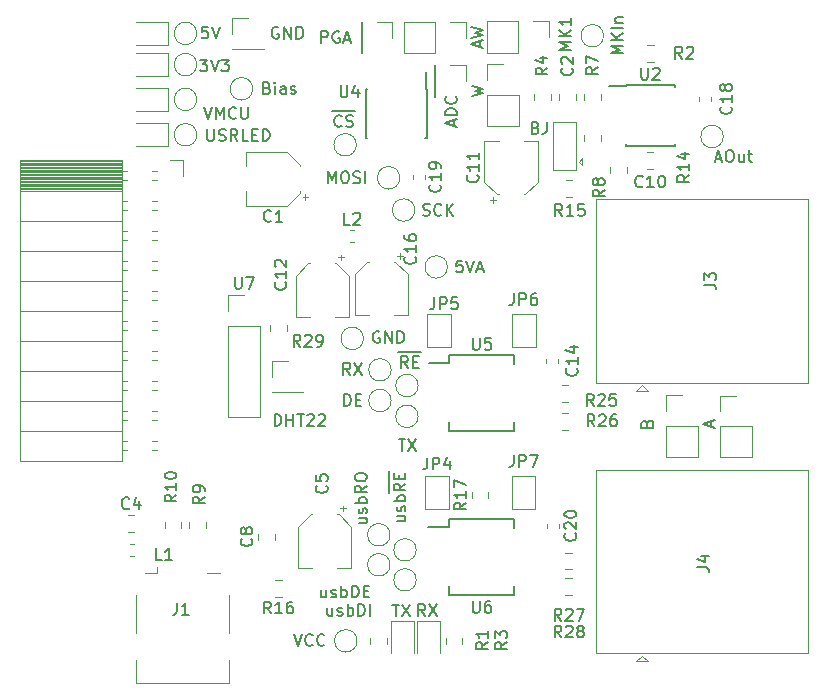
<source format=gbr>
G04 #@! TF.GenerationSoftware,KiCad,Pcbnew,5.0.1+dfsg1-3*
G04 #@! TF.CreationDate,2018-11-04T01:21:10+01:00*
G04 #@! TF.ProjectId,stk3700_beesensors,73746B333730305F62656573656E736F,rev?*
G04 #@! TF.SameCoordinates,Original*
G04 #@! TF.FileFunction,Legend,Top*
G04 #@! TF.FilePolarity,Positive*
%FSLAX46Y46*%
G04 Gerber Fmt 4.6, Leading zero omitted, Abs format (unit mm)*
G04 Created by KiCad (PCBNEW 5.0.1+dfsg1-3) date Sun 04 Nov 2018 01:21:10 CET*
%MOMM*%
%LPD*%
G01*
G04 APERTURE LIST*
%ADD10C,0.120000*%
%ADD11C,0.150000*%
G04 APERTURE END LIST*
D10*
G04 #@! TO.C,C5*
X100279800Y-99237200D02*
X101479800Y-99237200D01*
X104799800Y-99237200D02*
X103599800Y-99237200D01*
X104799800Y-95781637D02*
X104799800Y-99237200D01*
X100279800Y-95781637D02*
X100279800Y-99237200D01*
X101344237Y-94717200D02*
X101479800Y-94717200D01*
X103735363Y-94717200D02*
X103599800Y-94717200D01*
X103735363Y-94717200D02*
X104799800Y-95781637D01*
X101344237Y-94717200D02*
X100279800Y-95781637D01*
X104099800Y-93977200D02*
X104099800Y-94477200D01*
X104349800Y-94227200D02*
X103849800Y-94227200D01*
D11*
G04 #@! TO.C,U5*
X113099400Y-81250000D02*
X113099400Y-81905000D01*
X118599400Y-81250000D02*
X118599400Y-82000000D01*
X118599400Y-87660000D02*
X118599400Y-86910000D01*
X113099400Y-87660000D02*
X113099400Y-86910000D01*
X113099400Y-81250000D02*
X118599400Y-81250000D01*
X113099400Y-87660000D02*
X118599400Y-87660000D01*
X113099400Y-81905000D02*
X111349400Y-81905000D01*
D10*
G04 #@! TO.C,C1*
X95898300Y-64059400D02*
X95898300Y-65259400D01*
X95898300Y-68579400D02*
X95898300Y-67379400D01*
X99353863Y-68579400D02*
X95898300Y-68579400D01*
X99353863Y-64059400D02*
X95898300Y-64059400D01*
X100418300Y-65123837D02*
X100418300Y-65259400D01*
X100418300Y-67514963D02*
X100418300Y-67379400D01*
X100418300Y-67514963D02*
X99353863Y-68579400D01*
X100418300Y-65123837D02*
X99353863Y-64059400D01*
X101158300Y-67879400D02*
X100658300Y-67879400D01*
X100908300Y-68129400D02*
X100908300Y-67629400D01*
G04 #@! TO.C,C2*
X122378400Y-59126622D02*
X122378400Y-59643778D01*
X123798400Y-59126622D02*
X123798400Y-59643778D01*
G04 #@! TO.C,C4*
X86415378Y-96239400D02*
X85898222Y-96239400D01*
X86415378Y-94819400D02*
X85898222Y-94819400D01*
G04 #@! TO.C,C8*
X98322200Y-96880178D02*
X98322200Y-96363022D01*
X96902200Y-96880178D02*
X96902200Y-96363022D01*
G04 #@! TO.C,C10*
X126696400Y-65273422D02*
X126696400Y-65790578D01*
X128116400Y-65273422D02*
X128116400Y-65790578D01*
G04 #@! TO.C,C11*
X116503200Y-68104200D02*
X117003200Y-68104200D01*
X116753200Y-68354200D02*
X116753200Y-67854200D01*
X119508763Y-67614200D02*
X120573200Y-66549763D01*
X117117637Y-67614200D02*
X116053200Y-66549763D01*
X117117637Y-67614200D02*
X117253200Y-67614200D01*
X119508763Y-67614200D02*
X119373200Y-67614200D01*
X120573200Y-66549763D02*
X120573200Y-63094200D01*
X116053200Y-66549763D02*
X116053200Y-63094200D01*
X116053200Y-63094200D02*
X117253200Y-63094200D01*
X120573200Y-63094200D02*
X119373200Y-63094200D01*
G04 #@! TO.C,C12*
X104149140Y-72975020D02*
X103649140Y-72975020D01*
X103899140Y-72725020D02*
X103899140Y-73225020D01*
X101143577Y-73465020D02*
X100079140Y-74529457D01*
X103534703Y-73465020D02*
X104599140Y-74529457D01*
X103534703Y-73465020D02*
X103399140Y-73465020D01*
X101143577Y-73465020D02*
X101279140Y-73465020D01*
X100079140Y-74529457D02*
X100079140Y-77985020D01*
X104599140Y-74529457D02*
X104599140Y-77985020D01*
X104599140Y-77985020D02*
X103399140Y-77985020D01*
X100079140Y-77985020D02*
X101279140Y-77985020D01*
G04 #@! TO.C,C14*
X122328400Y-81887279D02*
X122328400Y-81561721D01*
X121308400Y-81887279D02*
X121308400Y-81561721D01*
G04 #@! TO.C,C16*
X105070240Y-77858020D02*
X106270240Y-77858020D01*
X109590240Y-77858020D02*
X108390240Y-77858020D01*
X109590240Y-74402457D02*
X109590240Y-77858020D01*
X105070240Y-74402457D02*
X105070240Y-77858020D01*
X106134677Y-73338020D02*
X106270240Y-73338020D01*
X108525803Y-73338020D02*
X108390240Y-73338020D01*
X108525803Y-73338020D02*
X109590240Y-74402457D01*
X106134677Y-73338020D02*
X105070240Y-74402457D01*
X108890240Y-72598020D02*
X108890240Y-73098020D01*
X109140240Y-72848020D02*
X108640240Y-72848020D01*
G04 #@! TO.C,C18*
X135231600Y-59700379D02*
X135231600Y-59374821D01*
X134211600Y-59700379D02*
X134211600Y-59374821D01*
G04 #@! TO.C,C19*
X111000000Y-66004221D02*
X111000000Y-66329779D01*
X109980000Y-66004221D02*
X109980000Y-66329779D01*
G04 #@! TO.C,A*
X136033200Y-84674400D02*
X137363200Y-84674400D01*
X136033200Y-86004400D02*
X136033200Y-84674400D01*
X136033200Y-87274400D02*
X138693200Y-87274400D01*
X138693200Y-87274400D02*
X138693200Y-89874400D01*
X136033200Y-87274400D02*
X136033200Y-89874400D01*
X136033200Y-89874400D02*
X138693200Y-89874400D01*
G04 #@! TO.C,B*
X131448500Y-89849000D02*
X134108500Y-89849000D01*
X131448500Y-87249000D02*
X131448500Y-89849000D01*
X134108500Y-87249000D02*
X134108500Y-89849000D01*
X131448500Y-87249000D02*
X134108500Y-87249000D01*
X131448500Y-85979000D02*
X131448500Y-84649000D01*
X131448500Y-84649000D02*
X132778500Y-84649000D01*
G04 #@! TO.C,D1*
X89238800Y-53040400D02*
X86553800Y-53040400D01*
X89238800Y-54960400D02*
X89238800Y-53040400D01*
X86553800Y-54960400D02*
X89238800Y-54960400D01*
G04 #@! TO.C,D2*
X86553800Y-57602000D02*
X89238800Y-57602000D01*
X89238800Y-57602000D02*
X89238800Y-55682000D01*
X89238800Y-55682000D02*
X86553800Y-55682000D01*
G04 #@! TO.C,D3*
X89238800Y-58628400D02*
X86553800Y-58628400D01*
X89238800Y-60548400D02*
X89238800Y-58628400D01*
X86553800Y-60548400D02*
X89238800Y-60548400D01*
G04 #@! TO.C,D4*
X86553800Y-63545600D02*
X89238800Y-63545600D01*
X89238800Y-63545600D02*
X89238800Y-61625600D01*
X89238800Y-61625600D02*
X86553800Y-61625600D01*
G04 #@! TO.C,J1*
X94397500Y-108970500D02*
X86577500Y-108970500D01*
X88377500Y-99650500D02*
X88377500Y-99220500D01*
X94397500Y-108970500D02*
X94397500Y-107020500D01*
X94397500Y-104800500D02*
X94397500Y-101570500D01*
X92597500Y-99650500D02*
X93677500Y-99650500D01*
X87297500Y-99650500D02*
X88377500Y-99650500D01*
X86577500Y-104800500D02*
X86577500Y-101570500D01*
X86577500Y-108970500D02*
X86577500Y-107020500D01*
G04 #@! TO.C,J2*
X76778000Y-64830000D02*
X85408000Y-64830000D01*
X76778000Y-64948095D02*
X85408000Y-64948095D01*
X76778000Y-65066190D02*
X85408000Y-65066190D01*
X76778000Y-65184285D02*
X85408000Y-65184285D01*
X76778000Y-65302380D02*
X85408000Y-65302380D01*
X76778000Y-65420475D02*
X85408000Y-65420475D01*
X76778000Y-65538570D02*
X85408000Y-65538570D01*
X76778000Y-65656665D02*
X85408000Y-65656665D01*
X76778000Y-65774760D02*
X85408000Y-65774760D01*
X76778000Y-65892855D02*
X85408000Y-65892855D01*
X76778000Y-66010950D02*
X85408000Y-66010950D01*
X76778000Y-66129045D02*
X85408000Y-66129045D01*
X76778000Y-66247140D02*
X85408000Y-66247140D01*
X76778000Y-66365235D02*
X85408000Y-66365235D01*
X76778000Y-66483330D02*
X85408000Y-66483330D01*
X76778000Y-66601425D02*
X85408000Y-66601425D01*
X76778000Y-66719520D02*
X85408000Y-66719520D01*
X76778000Y-66837615D02*
X85408000Y-66837615D01*
X76778000Y-66955710D02*
X85408000Y-66955710D01*
X76778000Y-67073805D02*
X85408000Y-67073805D01*
X76778000Y-67191900D02*
X85408000Y-67191900D01*
X85408000Y-65680000D02*
X85818000Y-65680000D01*
X87918000Y-65680000D02*
X88298000Y-65680000D01*
X85408000Y-66400000D02*
X85818000Y-66400000D01*
X87918000Y-66400000D02*
X88298000Y-66400000D01*
X85408000Y-68220000D02*
X85818000Y-68220000D01*
X87918000Y-68220000D02*
X88358000Y-68220000D01*
X85408000Y-68940000D02*
X85818000Y-68940000D01*
X87918000Y-68940000D02*
X88358000Y-68940000D01*
X85408000Y-70760000D02*
X85818000Y-70760000D01*
X87918000Y-70760000D02*
X88358000Y-70760000D01*
X85408000Y-71480000D02*
X85818000Y-71480000D01*
X87918000Y-71480000D02*
X88358000Y-71480000D01*
X85408000Y-73300000D02*
X85818000Y-73300000D01*
X87918000Y-73300000D02*
X88358000Y-73300000D01*
X85408000Y-74020000D02*
X85818000Y-74020000D01*
X87918000Y-74020000D02*
X88358000Y-74020000D01*
X85408000Y-75840000D02*
X85818000Y-75840000D01*
X87918000Y-75840000D02*
X88358000Y-75840000D01*
X85408000Y-76560000D02*
X85818000Y-76560000D01*
X87918000Y-76560000D02*
X88358000Y-76560000D01*
X85408000Y-78380000D02*
X85818000Y-78380000D01*
X87918000Y-78380000D02*
X88358000Y-78380000D01*
X85408000Y-79100000D02*
X85818000Y-79100000D01*
X87918000Y-79100000D02*
X88358000Y-79100000D01*
X85408000Y-80920000D02*
X85818000Y-80920000D01*
X87918000Y-80920000D02*
X88358000Y-80920000D01*
X85408000Y-81640000D02*
X85818000Y-81640000D01*
X87918000Y-81640000D02*
X88358000Y-81640000D01*
X85408000Y-83460000D02*
X85818000Y-83460000D01*
X87918000Y-83460000D02*
X88358000Y-83460000D01*
X85408000Y-84180000D02*
X85818000Y-84180000D01*
X87918000Y-84180000D02*
X88358000Y-84180000D01*
X85408000Y-86000000D02*
X85818000Y-86000000D01*
X87918000Y-86000000D02*
X88358000Y-86000000D01*
X85408000Y-86720000D02*
X85818000Y-86720000D01*
X87918000Y-86720000D02*
X88358000Y-86720000D01*
X85408000Y-88540000D02*
X85818000Y-88540000D01*
X87918000Y-88540000D02*
X88358000Y-88540000D01*
X85408000Y-89260000D02*
X85818000Y-89260000D01*
X87918000Y-89260000D02*
X88358000Y-89260000D01*
X76778000Y-67310000D02*
X85408000Y-67310000D01*
X76778000Y-69850000D02*
X85408000Y-69850000D01*
X76778000Y-72390000D02*
X85408000Y-72390000D01*
X76778000Y-74930000D02*
X85408000Y-74930000D01*
X76778000Y-77470000D02*
X85408000Y-77470000D01*
X76778000Y-80010000D02*
X85408000Y-80010000D01*
X76778000Y-82550000D02*
X85408000Y-82550000D01*
X76778000Y-85090000D02*
X85408000Y-85090000D01*
X76778000Y-87630000D02*
X85408000Y-87630000D01*
X76778000Y-64710000D02*
X85408000Y-64710000D01*
X85408000Y-64710000D02*
X85408000Y-90230000D01*
X76778000Y-90230000D02*
X85408000Y-90230000D01*
X76778000Y-64710000D02*
X76778000Y-90230000D01*
X90518000Y-64710000D02*
X90518000Y-66040000D01*
X89408000Y-64710000D02*
X90518000Y-64710000D01*
G04 #@! TO.C,J3*
X125533000Y-83579000D02*
X143493000Y-83579000D01*
X125533000Y-68059000D02*
X125533000Y-83579000D01*
X125533000Y-68059000D02*
X143493000Y-68059000D01*
X143493000Y-83579000D02*
X143493000Y-68059000D01*
X129413000Y-83764000D02*
X128913000Y-84264000D01*
X128913000Y-84264000D02*
X129913000Y-84264000D01*
X129913000Y-84264000D02*
X129413000Y-83764000D01*
G04 #@! TO.C,J4*
X129913000Y-107174800D02*
X129413000Y-106674800D01*
X128913000Y-107174800D02*
X129913000Y-107174800D01*
X129413000Y-106674800D02*
X128913000Y-107174800D01*
X143493000Y-106489800D02*
X143493000Y-90969800D01*
X125533000Y-90969800D02*
X143493000Y-90969800D01*
X125533000Y-90969800D02*
X125533000Y-106489800D01*
X125533000Y-106489800D02*
X143493000Y-106489800D01*
G04 #@! TO.C,W*
X116297400Y-61807400D02*
X118957400Y-61807400D01*
X116297400Y-59207400D02*
X116297400Y-61807400D01*
X118957400Y-59207400D02*
X118957400Y-61807400D01*
X116297400Y-59207400D02*
X118957400Y-59207400D01*
X116297400Y-57937400D02*
X116297400Y-56607400D01*
X116297400Y-56607400D02*
X117627400Y-56607400D01*
G04 #@! TO.C,BJ*
X124034400Y-64850800D02*
X124334400Y-64550800D01*
X124334400Y-65150800D02*
X124334400Y-64550800D01*
X124034400Y-64850800D02*
X124334400Y-65150800D01*
X123834400Y-65600800D02*
X121834400Y-65600800D01*
X123834400Y-61500800D02*
X123834400Y-65600800D01*
X121834400Y-61500800D02*
X123834400Y-61500800D01*
X121834400Y-65600800D02*
X121834400Y-61500800D01*
G04 #@! TO.C,AW*
X109287000Y-53026000D02*
X109287000Y-55686000D01*
X111887000Y-53026000D02*
X109287000Y-53026000D01*
X111887000Y-55686000D02*
X109287000Y-55686000D01*
X111887000Y-53026000D02*
X111887000Y-55686000D01*
X113157000Y-53026000D02*
X114487000Y-53026000D01*
X114487000Y-53026000D02*
X114487000Y-54356000D01*
G04 #@! TO.C,JP4*
X113064800Y-91437000D02*
X113064800Y-94237000D01*
X113064800Y-94237000D02*
X111064800Y-94237000D01*
X111064800Y-94237000D02*
X111064800Y-91437000D01*
X111064800Y-91437000D02*
X113064800Y-91437000D01*
G04 #@! TO.C,JP5*
X113229900Y-80584500D02*
X111229900Y-80584500D01*
X113229900Y-77784500D02*
X113229900Y-80584500D01*
X111229900Y-77784500D02*
X113229900Y-77784500D01*
X111229900Y-80584500D02*
X111229900Y-77784500D01*
G04 #@! TO.C,JP6*
X120405400Y-80521000D02*
X118405400Y-80521000D01*
X120405400Y-77721000D02*
X120405400Y-80521000D01*
X118405400Y-77721000D02*
X120405400Y-77721000D01*
X118405400Y-80521000D02*
X118405400Y-77721000D01*
G04 #@! TO.C,JP7*
X118367300Y-94300500D02*
X118367300Y-91500500D01*
X118367300Y-91500500D02*
X120367300Y-91500500D01*
X120367300Y-91500500D02*
X120367300Y-94300500D01*
X120367300Y-94300500D02*
X118367300Y-94300500D01*
G04 #@! TO.C,L1*
X86353467Y-97203800D02*
X86010933Y-97203800D01*
X86353467Y-98223800D02*
X86010933Y-98223800D01*
G04 #@! TO.C,L2*
X104679933Y-70655720D02*
X105022467Y-70655720D01*
X104679933Y-71675720D02*
X105022467Y-71675720D01*
G04 #@! TO.C,MK1*
X121497400Y-52975200D02*
X121497400Y-54305200D01*
X120167400Y-52975200D02*
X121497400Y-52975200D01*
X118897400Y-52975200D02*
X118897400Y-55635200D01*
X118897400Y-55635200D02*
X116297400Y-55635200D01*
X118897400Y-52975200D02*
X116297400Y-52975200D01*
X116297400Y-52975200D02*
X116297400Y-55635200D01*
G04 #@! TO.C,R1*
X107796400Y-105668578D02*
X107796400Y-105151422D01*
X106376400Y-105668578D02*
X106376400Y-105151422D01*
G04 #@! TO.C,R2*
X130382778Y-54992200D02*
X129865622Y-54992200D01*
X130382778Y-56412200D02*
X129865622Y-56412200D01*
G04 #@! TO.C,R3*
X112777200Y-105693978D02*
X112777200Y-105176822D01*
X114197200Y-105693978D02*
X114197200Y-105176822D01*
G04 #@! TO.C,R4*
X120244800Y-59643778D02*
X120244800Y-59126622D01*
X121664800Y-59643778D02*
X121664800Y-59126622D01*
G04 #@! TO.C,R7*
X124512000Y-59643778D02*
X124512000Y-59126622D01*
X125932000Y-59643778D02*
X125932000Y-59126622D01*
G04 #@! TO.C,R8*
X124512000Y-63148978D02*
X124512000Y-62631822D01*
X125932000Y-63148978D02*
X125932000Y-62631822D01*
G04 #@! TO.C,R9*
X88977400Y-95372422D02*
X88977400Y-95889578D01*
X90397400Y-95372422D02*
X90397400Y-95889578D01*
G04 #@! TO.C,R10*
X92480200Y-95889578D02*
X92480200Y-95372422D01*
X91060200Y-95889578D02*
X91060200Y-95372422D01*
G04 #@! TO.C,R14*
X129840222Y-64060000D02*
X130357378Y-64060000D01*
X129840222Y-65480000D02*
X130357378Y-65480000D01*
G04 #@! TO.C,R15*
X122931422Y-67816800D02*
X123448578Y-67816800D01*
X122931422Y-66396800D02*
X123448578Y-66396800D01*
G04 #@! TO.C,R16*
X98886778Y-100305800D02*
X98369622Y-100305800D01*
X98886778Y-101725800D02*
X98369622Y-101725800D01*
G04 #@! TO.C,R17*
X116394300Y-93349578D02*
X116394300Y-92832422D01*
X114974300Y-93349578D02*
X114974300Y-92832422D01*
G04 #@! TO.C,R25*
X123156478Y-83808500D02*
X122639322Y-83808500D01*
X123156478Y-85228500D02*
X122639322Y-85228500D01*
G04 #@! TO.C,R26*
X123156478Y-87578000D02*
X122639322Y-87578000D01*
X123156478Y-86158000D02*
X122639322Y-86158000D01*
G04 #@! TO.C,R27*
X123435878Y-97969000D02*
X122918722Y-97969000D01*
X123435878Y-99389000D02*
X122918722Y-99389000D01*
G04 #@! TO.C,R28*
X123435878Y-100128000D02*
X122918722Y-100128000D01*
X123435878Y-101548000D02*
X122918722Y-101548000D01*
G04 #@! TO.C,R29*
X97908040Y-78717642D02*
X97908040Y-79234798D01*
X99328040Y-78717642D02*
X99328040Y-79234798D01*
G04 #@! TO.C,RX*
X110368200Y-103775800D02*
X110368200Y-106460800D01*
X112288200Y-103775800D02*
X110368200Y-103775800D01*
X112288200Y-106460800D02*
X112288200Y-103775800D01*
G04 #@! TO.C,TP1*
X126146600Y-54203600D02*
G75*
G03X126146600Y-54203600I-950000J0D01*
G01*
G04 #@! TO.C,TP2*
X105267800Y-105435400D02*
G75*
G03X105267800Y-105435400I-950000J0D01*
G01*
G04 #@! TO.C,TP3*
X136281200Y-62738000D02*
G75*
G03X136281200Y-62738000I-950000J0D01*
G01*
G04 #@! TO.C,TP4*
X96441300Y-58699400D02*
G75*
G03X96441300Y-58699400I-950000J0D01*
G01*
G04 #@! TO.C,PGA*
X108264000Y-53026000D02*
X108264000Y-54356000D01*
X106934000Y-53026000D02*
X108264000Y-53026000D01*
X105664000Y-53026000D02*
X105664000Y-55686000D01*
X105664000Y-55686000D02*
X105604000Y-55686000D01*
X105664000Y-53026000D02*
X105604000Y-53026000D01*
X105604000Y-53026000D02*
X105604000Y-55686000D01*
G04 #@! TO.C,TP6*
X108061800Y-96456500D02*
G75*
G03X108061800Y-96456500I-950000J0D01*
G01*
G04 #@! TO.C,TP7*
X110284300Y-97726500D02*
G75*
G03X110284300Y-97726500I-950000J0D01*
G01*
G04 #@! TO.C,TP8*
X108061800Y-98996500D02*
G75*
G03X108061800Y-98996500I-950000J0D01*
G01*
G04 #@! TO.C,TP9*
X110284300Y-100266500D02*
G75*
G03X110284300Y-100266500I-950000J0D01*
G01*
G04 #@! TO.C,DHT22*
X98075440Y-81722920D02*
X99405440Y-81722920D01*
X98075440Y-83052920D02*
X98075440Y-81722920D01*
X98075440Y-84322920D02*
X100735440Y-84322920D01*
X100735440Y-84322920D02*
X100735440Y-84382920D01*
X98075440Y-84322920D02*
X98075440Y-84382920D01*
X98075440Y-84382920D02*
X100735440Y-84382920D01*
G04 #@! TO.C,TP11*
X105821520Y-79827120D02*
G75*
G03X105821520Y-79827120I-950000J0D01*
G01*
G04 #@! TO.C,TP12*
X110449400Y-83820000D02*
G75*
G03X110449400Y-83820000I-950000J0D01*
G01*
G04 #@! TO.C,TP13*
X108163400Y-85090000D02*
G75*
G03X108163400Y-85090000I-950000J0D01*
G01*
G04 #@! TO.C,TP14*
X91704200Y-62585600D02*
G75*
G03X91704200Y-62585600I-950000J0D01*
G01*
G04 #@! TO.C,GND*
X94717560Y-55345640D02*
X97377560Y-55345640D01*
X94717560Y-55285640D02*
X94717560Y-55345640D01*
X97377560Y-55285640D02*
X97377560Y-55345640D01*
X94717560Y-55285640D02*
X97377560Y-55285640D01*
X94717560Y-54015640D02*
X94717560Y-52685640D01*
X94717560Y-52685640D02*
X96047560Y-52685640D01*
G04 #@! TO.C,TP18*
X91704200Y-59588400D02*
G75*
G03X91704200Y-59588400I-950000J0D01*
G01*
G04 #@! TO.C,TP19*
X108900000Y-66230500D02*
G75*
G03X108900000Y-66230500I-950000J0D01*
G01*
G04 #@! TO.C,TP20*
X110170000Y-68961000D02*
G75*
G03X110170000Y-68961000I-950000J0D01*
G01*
G04 #@! TO.C,TP21*
X105217000Y-63436500D02*
G75*
G03X105217000Y-63436500I-950000J0D01*
G01*
G04 #@! TO.C,TP22*
X110449400Y-86423500D02*
G75*
G03X110449400Y-86423500I-950000J0D01*
G01*
G04 #@! TO.C,TP23*
X108163400Y-82486500D02*
G75*
G03X108163400Y-82486500I-950000J0D01*
G01*
G04 #@! TO.C,ADC*
X111827000Y-56709000D02*
X111827000Y-59369000D01*
X111887000Y-56709000D02*
X111827000Y-56709000D01*
X111887000Y-59369000D02*
X111827000Y-59369000D01*
X111887000Y-56709000D02*
X111887000Y-59369000D01*
X113157000Y-56709000D02*
X114487000Y-56709000D01*
X114487000Y-56709000D02*
X114487000Y-58039000D01*
G04 #@! TO.C,TP25*
X91704200Y-54000400D02*
G75*
G03X91704200Y-54000400I-950000J0D01*
G01*
G04 #@! TO.C,TP26*
X91704200Y-56642000D02*
G75*
G03X91704200Y-56642000I-950000J0D01*
G01*
G04 #@! TO.C,TP27*
X112933520Y-73776840D02*
G75*
G03X112933520Y-73776840I-950000J0D01*
G01*
G04 #@! TO.C,TX*
X110103800Y-106460800D02*
X110103800Y-103775800D01*
X110103800Y-103775800D02*
X108183800Y-103775800D01*
X108183800Y-103775800D02*
X108183800Y-106460800D01*
D11*
G04 #@! TO.C,U2*
X128023800Y-58385000D02*
X128023800Y-58435000D01*
X132173800Y-58385000D02*
X132173800Y-58530000D01*
X132173800Y-63535000D02*
X132173800Y-63390000D01*
X128023800Y-63535000D02*
X128023800Y-63390000D01*
X128023800Y-58385000D02*
X132173800Y-58385000D01*
X128023800Y-63535000D02*
X132173800Y-63535000D01*
X128023800Y-58435000D02*
X126623800Y-58435000D01*
G04 #@! TO.C,U4*
X111160000Y-58694500D02*
X111110000Y-58694500D01*
X111160000Y-62844500D02*
X111015000Y-62844500D01*
X106010000Y-62844500D02*
X106155000Y-62844500D01*
X106010000Y-58694500D02*
X106155000Y-58694500D01*
X111160000Y-58694500D02*
X111160000Y-62844500D01*
X106010000Y-58694500D02*
X106010000Y-62844500D01*
X111110000Y-58694500D02*
X111110000Y-57294500D01*
G04 #@! TO.C,U6*
X113061300Y-95811500D02*
X111311300Y-95811500D01*
X113061300Y-101566500D02*
X118561300Y-101566500D01*
X113061300Y-95156500D02*
X118561300Y-95156500D01*
X113061300Y-101566500D02*
X113061300Y-100816500D01*
X118561300Y-101566500D02*
X118561300Y-100816500D01*
X118561300Y-95156500D02*
X118561300Y-95906500D01*
X113061300Y-95156500D02*
X113061300Y-95811500D01*
D10*
G04 #@! TO.C,U7*
X94371041Y-86449221D02*
X97031041Y-86449221D01*
X94371041Y-78769221D02*
X94371041Y-86449221D01*
X97031041Y-78769221D02*
X97031041Y-86449221D01*
X94371041Y-78769221D02*
X97031041Y-78769221D01*
X94371041Y-77499221D02*
X94371041Y-76169221D01*
X94371041Y-76169221D02*
X95701041Y-76169221D01*
G04 #@! TO.C,C20*
X121397300Y-95857279D02*
X121397300Y-95531721D01*
X122417300Y-95857279D02*
X122417300Y-95531721D01*
G04 #@! TO.C,C5*
D11*
X102681042Y-92292466D02*
X102728661Y-92340085D01*
X102776280Y-92482942D01*
X102776280Y-92578180D01*
X102728661Y-92721038D01*
X102633423Y-92816276D01*
X102538185Y-92863895D01*
X102347709Y-92911514D01*
X102204852Y-92911514D01*
X102014376Y-92863895D01*
X101919138Y-92816276D01*
X101823900Y-92721038D01*
X101776280Y-92578180D01*
X101776280Y-92482942D01*
X101823900Y-92340085D01*
X101871519Y-92292466D01*
X101776280Y-91387704D02*
X101776280Y-91863895D01*
X102252471Y-91911514D01*
X102204852Y-91863895D01*
X102157233Y-91768657D01*
X102157233Y-91530561D01*
X102204852Y-91435323D01*
X102252471Y-91387704D01*
X102347709Y-91340085D01*
X102585804Y-91340085D01*
X102681042Y-91387704D01*
X102728661Y-91435323D01*
X102776280Y-91530561D01*
X102776280Y-91768657D01*
X102728661Y-91863895D01*
X102681042Y-91911514D01*
G04 #@! TO.C,U5*
X115087495Y-79777380D02*
X115087495Y-80586904D01*
X115135114Y-80682142D01*
X115182733Y-80729761D01*
X115277971Y-80777380D01*
X115468447Y-80777380D01*
X115563685Y-80729761D01*
X115611304Y-80682142D01*
X115658923Y-80586904D01*
X115658923Y-79777380D01*
X116611304Y-79777380D02*
X116135114Y-79777380D01*
X116087495Y-80253571D01*
X116135114Y-80205952D01*
X116230352Y-80158333D01*
X116468447Y-80158333D01*
X116563685Y-80205952D01*
X116611304Y-80253571D01*
X116658923Y-80348809D01*
X116658923Y-80586904D01*
X116611304Y-80682142D01*
X116563685Y-80729761D01*
X116468447Y-80777380D01*
X116230352Y-80777380D01*
X116135114Y-80729761D01*
X116087495Y-80682142D01*
G04 #@! TO.C,C1*
X97991633Y-69876542D02*
X97944014Y-69924161D01*
X97801157Y-69971780D01*
X97705919Y-69971780D01*
X97563061Y-69924161D01*
X97467823Y-69828923D01*
X97420204Y-69733685D01*
X97372585Y-69543209D01*
X97372585Y-69400352D01*
X97420204Y-69209876D01*
X97467823Y-69114638D01*
X97563061Y-69019400D01*
X97705919Y-68971780D01*
X97801157Y-68971780D01*
X97944014Y-69019400D01*
X97991633Y-69067019D01*
X98944014Y-69971780D02*
X98372585Y-69971780D01*
X98658300Y-69971780D02*
X98658300Y-68971780D01*
X98563061Y-69114638D01*
X98467823Y-69209876D01*
X98372585Y-69257495D01*
G04 #@! TO.C,C2*
X123445542Y-56948366D02*
X123493161Y-56995985D01*
X123540780Y-57138842D01*
X123540780Y-57234080D01*
X123493161Y-57376938D01*
X123397923Y-57472176D01*
X123302685Y-57519795D01*
X123112209Y-57567414D01*
X122969352Y-57567414D01*
X122778876Y-57519795D01*
X122683638Y-57472176D01*
X122588400Y-57376938D01*
X122540780Y-57234080D01*
X122540780Y-57138842D01*
X122588400Y-56995985D01*
X122636019Y-56948366D01*
X122636019Y-56567414D02*
X122588400Y-56519795D01*
X122540780Y-56424557D01*
X122540780Y-56186461D01*
X122588400Y-56091223D01*
X122636019Y-56043604D01*
X122731257Y-55995985D01*
X122826495Y-55995985D01*
X122969352Y-56043604D01*
X123540780Y-56615033D01*
X123540780Y-55995985D01*
G04 #@! TO.C,C4*
X85977433Y-94197442D02*
X85929814Y-94245061D01*
X85786957Y-94292680D01*
X85691719Y-94292680D01*
X85548861Y-94245061D01*
X85453623Y-94149823D01*
X85406004Y-94054585D01*
X85358385Y-93864109D01*
X85358385Y-93721252D01*
X85406004Y-93530776D01*
X85453623Y-93435538D01*
X85548861Y-93340300D01*
X85691719Y-93292680D01*
X85786957Y-93292680D01*
X85929814Y-93340300D01*
X85977433Y-93387919D01*
X86834576Y-93626014D02*
X86834576Y-94292680D01*
X86596480Y-93245061D02*
X86358385Y-93959347D01*
X86977433Y-93959347D01*
G04 #@! TO.C,C8*
X96319342Y-96788266D02*
X96366961Y-96835885D01*
X96414580Y-96978742D01*
X96414580Y-97073980D01*
X96366961Y-97216838D01*
X96271723Y-97312076D01*
X96176485Y-97359695D01*
X95986009Y-97407314D01*
X95843152Y-97407314D01*
X95652676Y-97359695D01*
X95557438Y-97312076D01*
X95462200Y-97216838D01*
X95414580Y-97073980D01*
X95414580Y-96978742D01*
X95462200Y-96835885D01*
X95509819Y-96788266D01*
X95843152Y-96216838D02*
X95795533Y-96312076D01*
X95747914Y-96359695D01*
X95652676Y-96407314D01*
X95605057Y-96407314D01*
X95509819Y-96359695D01*
X95462200Y-96312076D01*
X95414580Y-96216838D01*
X95414580Y-96026361D01*
X95462200Y-95931123D01*
X95509819Y-95883504D01*
X95605057Y-95835885D01*
X95652676Y-95835885D01*
X95747914Y-95883504D01*
X95795533Y-95931123D01*
X95843152Y-96026361D01*
X95843152Y-96216838D01*
X95890771Y-96312076D01*
X95938390Y-96359695D01*
X96033628Y-96407314D01*
X96224104Y-96407314D01*
X96319342Y-96359695D01*
X96366961Y-96312076D01*
X96414580Y-96216838D01*
X96414580Y-96026361D01*
X96366961Y-95931123D01*
X96319342Y-95883504D01*
X96224104Y-95835885D01*
X96033628Y-95835885D01*
X95938390Y-95883504D01*
X95890771Y-95931123D01*
X95843152Y-96026361D01*
G04 #@! TO.C,C10*
X129450862Y-66945782D02*
X129403243Y-66993401D01*
X129260386Y-67041020D01*
X129165148Y-67041020D01*
X129022291Y-66993401D01*
X128927053Y-66898163D01*
X128879434Y-66802925D01*
X128831815Y-66612449D01*
X128831815Y-66469592D01*
X128879434Y-66279116D01*
X128927053Y-66183878D01*
X129022291Y-66088640D01*
X129165148Y-66041020D01*
X129260386Y-66041020D01*
X129403243Y-66088640D01*
X129450862Y-66136259D01*
X130403243Y-67041020D02*
X129831815Y-67041020D01*
X130117529Y-67041020D02*
X130117529Y-66041020D01*
X130022291Y-66183878D01*
X129927053Y-66279116D01*
X129831815Y-66326735D01*
X131022291Y-66041020D02*
X131117529Y-66041020D01*
X131212767Y-66088640D01*
X131260386Y-66136259D01*
X131308005Y-66231497D01*
X131355624Y-66421973D01*
X131355624Y-66660068D01*
X131308005Y-66850544D01*
X131260386Y-66945782D01*
X131212767Y-66993401D01*
X131117529Y-67041020D01*
X131022291Y-67041020D01*
X130927053Y-66993401D01*
X130879434Y-66945782D01*
X130831815Y-66850544D01*
X130784196Y-66660068D01*
X130784196Y-66421973D01*
X130831815Y-66231497D01*
X130879434Y-66136259D01*
X130927053Y-66088640D01*
X131022291Y-66041020D01*
G04 #@! TO.C,C11*
X115470342Y-65997057D02*
X115517961Y-66044676D01*
X115565580Y-66187533D01*
X115565580Y-66282771D01*
X115517961Y-66425628D01*
X115422723Y-66520866D01*
X115327485Y-66568485D01*
X115137009Y-66616104D01*
X114994152Y-66616104D01*
X114803676Y-66568485D01*
X114708438Y-66520866D01*
X114613200Y-66425628D01*
X114565580Y-66282771D01*
X114565580Y-66187533D01*
X114613200Y-66044676D01*
X114660819Y-65997057D01*
X115565580Y-65044676D02*
X115565580Y-65616104D01*
X115565580Y-65330390D02*
X114565580Y-65330390D01*
X114708438Y-65425628D01*
X114803676Y-65520866D01*
X114851295Y-65616104D01*
X115565580Y-64092295D02*
X115565580Y-64663723D01*
X115565580Y-64378009D02*
X114565580Y-64378009D01*
X114708438Y-64473247D01*
X114803676Y-64568485D01*
X114851295Y-64663723D01*
G04 #@! TO.C,C12*
X99201242Y-75077557D02*
X99248861Y-75125176D01*
X99296480Y-75268033D01*
X99296480Y-75363271D01*
X99248861Y-75506128D01*
X99153623Y-75601366D01*
X99058385Y-75648985D01*
X98867909Y-75696604D01*
X98725052Y-75696604D01*
X98534576Y-75648985D01*
X98439338Y-75601366D01*
X98344100Y-75506128D01*
X98296480Y-75363271D01*
X98296480Y-75268033D01*
X98344100Y-75125176D01*
X98391719Y-75077557D01*
X99296480Y-74125176D02*
X99296480Y-74696604D01*
X99296480Y-74410890D02*
X98296480Y-74410890D01*
X98439338Y-74506128D01*
X98534576Y-74601366D01*
X98582195Y-74696604D01*
X98391719Y-73744223D02*
X98344100Y-73696604D01*
X98296480Y-73601366D01*
X98296480Y-73363271D01*
X98344100Y-73268033D01*
X98391719Y-73220414D01*
X98486957Y-73172795D01*
X98582195Y-73172795D01*
X98725052Y-73220414D01*
X99296480Y-73791842D01*
X99296480Y-73172795D01*
G04 #@! TO.C,C14*
X123864642Y-82367357D02*
X123912261Y-82414976D01*
X123959880Y-82557833D01*
X123959880Y-82653071D01*
X123912261Y-82795928D01*
X123817023Y-82891166D01*
X123721785Y-82938785D01*
X123531309Y-82986404D01*
X123388452Y-82986404D01*
X123197976Y-82938785D01*
X123102738Y-82891166D01*
X123007500Y-82795928D01*
X122959880Y-82653071D01*
X122959880Y-82557833D01*
X123007500Y-82414976D01*
X123055119Y-82367357D01*
X123959880Y-81414976D02*
X123959880Y-81986404D01*
X123959880Y-81700690D02*
X122959880Y-81700690D01*
X123102738Y-81795928D01*
X123197976Y-81891166D01*
X123245595Y-81986404D01*
X123293214Y-80557833D02*
X123959880Y-80557833D01*
X122912261Y-80795928D02*
X123626547Y-81034023D01*
X123626547Y-80414976D01*
G04 #@! TO.C,C16*
X110186742Y-72905857D02*
X110234361Y-72953476D01*
X110281980Y-73096333D01*
X110281980Y-73191571D01*
X110234361Y-73334428D01*
X110139123Y-73429666D01*
X110043885Y-73477285D01*
X109853409Y-73524904D01*
X109710552Y-73524904D01*
X109520076Y-73477285D01*
X109424838Y-73429666D01*
X109329600Y-73334428D01*
X109281980Y-73191571D01*
X109281980Y-73096333D01*
X109329600Y-72953476D01*
X109377219Y-72905857D01*
X110281980Y-71953476D02*
X110281980Y-72524904D01*
X110281980Y-72239190D02*
X109281980Y-72239190D01*
X109424838Y-72334428D01*
X109520076Y-72429666D01*
X109567695Y-72524904D01*
X109281980Y-71096333D02*
X109281980Y-71286809D01*
X109329600Y-71382047D01*
X109377219Y-71429666D01*
X109520076Y-71524904D01*
X109710552Y-71572523D01*
X110091504Y-71572523D01*
X110186742Y-71524904D01*
X110234361Y-71477285D01*
X110281980Y-71382047D01*
X110281980Y-71191571D01*
X110234361Y-71096333D01*
X110186742Y-71048714D01*
X110091504Y-71001095D01*
X109853409Y-71001095D01*
X109758171Y-71048714D01*
X109710552Y-71096333D01*
X109662933Y-71191571D01*
X109662933Y-71382047D01*
X109710552Y-71477285D01*
X109758171Y-71524904D01*
X109853409Y-71572523D01*
G04 #@! TO.C,C18*
X136907542Y-60205857D02*
X136955161Y-60253476D01*
X137002780Y-60396333D01*
X137002780Y-60491571D01*
X136955161Y-60634428D01*
X136859923Y-60729666D01*
X136764685Y-60777285D01*
X136574209Y-60824904D01*
X136431352Y-60824904D01*
X136240876Y-60777285D01*
X136145638Y-60729666D01*
X136050400Y-60634428D01*
X136002780Y-60491571D01*
X136002780Y-60396333D01*
X136050400Y-60253476D01*
X136098019Y-60205857D01*
X137002780Y-59253476D02*
X137002780Y-59824904D01*
X137002780Y-59539190D02*
X136002780Y-59539190D01*
X136145638Y-59634428D01*
X136240876Y-59729666D01*
X136288495Y-59824904D01*
X136431352Y-58682047D02*
X136383733Y-58777285D01*
X136336114Y-58824904D01*
X136240876Y-58872523D01*
X136193257Y-58872523D01*
X136098019Y-58824904D01*
X136050400Y-58777285D01*
X136002780Y-58682047D01*
X136002780Y-58491571D01*
X136050400Y-58396333D01*
X136098019Y-58348714D01*
X136193257Y-58301095D01*
X136240876Y-58301095D01*
X136336114Y-58348714D01*
X136383733Y-58396333D01*
X136431352Y-58491571D01*
X136431352Y-58682047D01*
X136478971Y-58777285D01*
X136526590Y-58824904D01*
X136621828Y-58872523D01*
X136812304Y-58872523D01*
X136907542Y-58824904D01*
X136955161Y-58777285D01*
X137002780Y-58682047D01*
X137002780Y-58491571D01*
X136955161Y-58396333D01*
X136907542Y-58348714D01*
X136812304Y-58301095D01*
X136621828Y-58301095D01*
X136526590Y-58348714D01*
X136478971Y-58396333D01*
X136431352Y-58491571D01*
G04 #@! TO.C,C19*
X112277142Y-66809857D02*
X112324761Y-66857476D01*
X112372380Y-67000333D01*
X112372380Y-67095571D01*
X112324761Y-67238428D01*
X112229523Y-67333666D01*
X112134285Y-67381285D01*
X111943809Y-67428904D01*
X111800952Y-67428904D01*
X111610476Y-67381285D01*
X111515238Y-67333666D01*
X111420000Y-67238428D01*
X111372380Y-67095571D01*
X111372380Y-67000333D01*
X111420000Y-66857476D01*
X111467619Y-66809857D01*
X112372380Y-65857476D02*
X112372380Y-66428904D01*
X112372380Y-66143190D02*
X111372380Y-66143190D01*
X111515238Y-66238428D01*
X111610476Y-66333666D01*
X111658095Y-66428904D01*
X112372380Y-65381285D02*
X112372380Y-65190809D01*
X112324761Y-65095571D01*
X112277142Y-65047952D01*
X112134285Y-64952714D01*
X111943809Y-64905095D01*
X111562857Y-64905095D01*
X111467619Y-64952714D01*
X111420000Y-65000333D01*
X111372380Y-65095571D01*
X111372380Y-65286047D01*
X111420000Y-65381285D01*
X111467619Y-65428904D01*
X111562857Y-65476523D01*
X111800952Y-65476523D01*
X111896190Y-65428904D01*
X111943809Y-65381285D01*
X111991428Y-65286047D01*
X111991428Y-65095571D01*
X111943809Y-65000333D01*
X111896190Y-64952714D01*
X111800952Y-64905095D01*
G04 #@! TO.C,A*
X135256566Y-87321995D02*
X135256566Y-86845804D01*
X135542280Y-87417233D02*
X134542280Y-87083900D01*
X135542280Y-86750566D01*
G04 #@! TO.C,B*
X129824171Y-87037871D02*
X129871790Y-86895014D01*
X129919409Y-86847395D01*
X130014647Y-86799776D01*
X130157504Y-86799776D01*
X130252742Y-86847395D01*
X130300361Y-86895014D01*
X130347980Y-86990252D01*
X130347980Y-87371204D01*
X129347980Y-87371204D01*
X129347980Y-87037871D01*
X129395600Y-86942633D01*
X129443219Y-86895014D01*
X129538457Y-86847395D01*
X129633695Y-86847395D01*
X129728933Y-86895014D01*
X129776552Y-86942633D01*
X129824171Y-87037871D01*
X129824171Y-87371204D01*
G04 #@! TO.C,J1*
X90034786Y-102220780D02*
X90034786Y-102935066D01*
X89987167Y-103077923D01*
X89891929Y-103173161D01*
X89749072Y-103220780D01*
X89653834Y-103220780D01*
X91034786Y-103220780D02*
X90463358Y-103220780D01*
X90749072Y-103220780D02*
X90749072Y-102220780D01*
X90653834Y-102363638D01*
X90558596Y-102458876D01*
X90463358Y-102506495D01*
G04 #@! TO.C,J3*
X134656580Y-75288733D02*
X135370866Y-75288733D01*
X135513723Y-75336352D01*
X135608961Y-75431590D01*
X135656580Y-75574447D01*
X135656580Y-75669685D01*
X134656580Y-74907780D02*
X134656580Y-74288733D01*
X135037533Y-74622066D01*
X135037533Y-74479209D01*
X135085152Y-74383971D01*
X135132771Y-74336352D01*
X135228009Y-74288733D01*
X135466104Y-74288733D01*
X135561342Y-74336352D01*
X135608961Y-74383971D01*
X135656580Y-74479209D01*
X135656580Y-74764923D01*
X135608961Y-74860161D01*
X135561342Y-74907780D01*
G04 #@! TO.C,J4*
X134072380Y-99190133D02*
X134786666Y-99190133D01*
X134929523Y-99237752D01*
X135024761Y-99332990D01*
X135072380Y-99475847D01*
X135072380Y-99571085D01*
X134405714Y-98285371D02*
X135072380Y-98285371D01*
X134024761Y-98523466D02*
X134739047Y-98761561D01*
X134739047Y-98142514D01*
G04 #@! TO.C,W*
X114981740Y-59323551D02*
X115981740Y-59085456D01*
X115267455Y-58894980D01*
X115981740Y-58704503D01*
X114981740Y-58466408D01*
G04 #@! TO.C,BJ*
X120391276Y-61993471D02*
X120534133Y-62041090D01*
X120581752Y-62088709D01*
X120629371Y-62183947D01*
X120629371Y-62326804D01*
X120581752Y-62422042D01*
X120534133Y-62469661D01*
X120438895Y-62517280D01*
X120057942Y-62517280D01*
X120057942Y-61517280D01*
X120391276Y-61517280D01*
X120486514Y-61564900D01*
X120534133Y-61612519D01*
X120581752Y-61707757D01*
X120581752Y-61802995D01*
X120534133Y-61898233D01*
X120486514Y-61945852D01*
X120391276Y-61993471D01*
X120057942Y-61993471D01*
X121343657Y-61517280D02*
X121343657Y-62231566D01*
X121296038Y-62374423D01*
X121200800Y-62469661D01*
X121057942Y-62517280D01*
X120962704Y-62517280D01*
G04 #@! TO.C,AW*
X115653666Y-55165523D02*
X115653666Y-54689333D01*
X115939380Y-55260761D02*
X114939380Y-54927428D01*
X115939380Y-54594095D01*
X114939380Y-54356000D02*
X115939380Y-54117904D01*
X115225095Y-53927428D01*
X115939380Y-53736952D01*
X114939380Y-53498857D01*
G04 #@! TO.C,JP4*
X111206066Y-89911940D02*
X111206066Y-90626226D01*
X111158447Y-90769083D01*
X111063209Y-90864321D01*
X110920352Y-90911940D01*
X110825114Y-90911940D01*
X111682257Y-90911940D02*
X111682257Y-89911940D01*
X112063209Y-89911940D01*
X112158447Y-89959560D01*
X112206066Y-90007179D01*
X112253685Y-90102417D01*
X112253685Y-90245274D01*
X112206066Y-90340512D01*
X112158447Y-90388131D01*
X112063209Y-90435750D01*
X111682257Y-90435750D01*
X113110828Y-90245274D02*
X113110828Y-90911940D01*
X112872733Y-89864321D02*
X112634638Y-90578607D01*
X113253685Y-90578607D01*
G04 #@! TO.C,JP5*
X111828366Y-76350880D02*
X111828366Y-77065166D01*
X111780747Y-77208023D01*
X111685509Y-77303261D01*
X111542652Y-77350880D01*
X111447414Y-77350880D01*
X112304557Y-77350880D02*
X112304557Y-76350880D01*
X112685509Y-76350880D01*
X112780747Y-76398500D01*
X112828366Y-76446119D01*
X112875985Y-76541357D01*
X112875985Y-76684214D01*
X112828366Y-76779452D01*
X112780747Y-76827071D01*
X112685509Y-76874690D01*
X112304557Y-76874690D01*
X113780747Y-76350880D02*
X113304557Y-76350880D01*
X113256938Y-76827071D01*
X113304557Y-76779452D01*
X113399795Y-76731833D01*
X113637890Y-76731833D01*
X113733128Y-76779452D01*
X113780747Y-76827071D01*
X113828366Y-76922309D01*
X113828366Y-77160404D01*
X113780747Y-77255642D01*
X113733128Y-77303261D01*
X113637890Y-77350880D01*
X113399795Y-77350880D01*
X113304557Y-77303261D01*
X113256938Y-77255642D01*
G04 #@! TO.C,JP6*
X118546666Y-76007980D02*
X118546666Y-76722266D01*
X118499047Y-76865123D01*
X118403809Y-76960361D01*
X118260952Y-77007980D01*
X118165714Y-77007980D01*
X119022857Y-77007980D02*
X119022857Y-76007980D01*
X119403809Y-76007980D01*
X119499047Y-76055600D01*
X119546666Y-76103219D01*
X119594285Y-76198457D01*
X119594285Y-76341314D01*
X119546666Y-76436552D01*
X119499047Y-76484171D01*
X119403809Y-76531790D01*
X119022857Y-76531790D01*
X120451428Y-76007980D02*
X120260952Y-76007980D01*
X120165714Y-76055600D01*
X120118095Y-76103219D01*
X120022857Y-76246076D01*
X119975238Y-76436552D01*
X119975238Y-76817504D01*
X120022857Y-76912742D01*
X120070476Y-76960361D01*
X120165714Y-77007980D01*
X120356190Y-77007980D01*
X120451428Y-76960361D01*
X120499047Y-76912742D01*
X120546666Y-76817504D01*
X120546666Y-76579409D01*
X120499047Y-76484171D01*
X120451428Y-76436552D01*
X120356190Y-76388933D01*
X120165714Y-76388933D01*
X120070476Y-76436552D01*
X120022857Y-76484171D01*
X119975238Y-76579409D01*
G04 #@! TO.C,JP7*
X118533966Y-89685880D02*
X118533966Y-90400166D01*
X118486347Y-90543023D01*
X118391109Y-90638261D01*
X118248252Y-90685880D01*
X118153014Y-90685880D01*
X119010157Y-90685880D02*
X119010157Y-89685880D01*
X119391109Y-89685880D01*
X119486347Y-89733500D01*
X119533966Y-89781119D01*
X119581585Y-89876357D01*
X119581585Y-90019214D01*
X119533966Y-90114452D01*
X119486347Y-90162071D01*
X119391109Y-90209690D01*
X119010157Y-90209690D01*
X119914919Y-89685880D02*
X120581585Y-89685880D01*
X120153014Y-90685880D01*
G04 #@! TO.C,L1*
X88746033Y-98610680D02*
X88269842Y-98610680D01*
X88269842Y-97610680D01*
X89603176Y-98610680D02*
X89031747Y-98610680D01*
X89317461Y-98610680D02*
X89317461Y-97610680D01*
X89222223Y-97753538D01*
X89126985Y-97848776D01*
X89031747Y-97896395D01*
G04 #@! TO.C,L2*
X104684533Y-70188100D02*
X104208342Y-70188100D01*
X104208342Y-69188100D01*
X104970247Y-69283339D02*
X105017866Y-69235720D01*
X105113104Y-69188100D01*
X105351200Y-69188100D01*
X105446438Y-69235720D01*
X105494057Y-69283339D01*
X105541676Y-69378577D01*
X105541676Y-69473815D01*
X105494057Y-69616672D01*
X104922628Y-70188100D01*
X105541676Y-70188100D01*
G04 #@! TO.C,MK1*
X123416320Y-55406443D02*
X122416320Y-55406443D01*
X123130606Y-55073110D01*
X122416320Y-54739777D01*
X123416320Y-54739777D01*
X123416320Y-54263586D02*
X122416320Y-54263586D01*
X123416320Y-53692158D02*
X122844892Y-54120729D01*
X122416320Y-53692158D02*
X122987749Y-54263586D01*
X123416320Y-52739777D02*
X123416320Y-53311205D01*
X123416320Y-53025491D02*
X122416320Y-53025491D01*
X122559178Y-53120729D01*
X122654416Y-53215967D01*
X122702035Y-53311205D01*
G04 #@! TO.C,R1*
X116352580Y-105551266D02*
X115876390Y-105884600D01*
X116352580Y-106122695D02*
X115352580Y-106122695D01*
X115352580Y-105741742D01*
X115400200Y-105646504D01*
X115447819Y-105598885D01*
X115543057Y-105551266D01*
X115685914Y-105551266D01*
X115781152Y-105598885D01*
X115828771Y-105646504D01*
X115876390Y-105741742D01*
X115876390Y-106122695D01*
X116352580Y-104598885D02*
X116352580Y-105170314D01*
X116352580Y-104884600D02*
X115352580Y-104884600D01*
X115495438Y-104979838D01*
X115590676Y-105075076D01*
X115638295Y-105170314D01*
G04 #@! TO.C,R2*
X132802333Y-56129180D02*
X132469000Y-55652990D01*
X132230904Y-56129180D02*
X132230904Y-55129180D01*
X132611857Y-55129180D01*
X132707095Y-55176800D01*
X132754714Y-55224419D01*
X132802333Y-55319657D01*
X132802333Y-55462514D01*
X132754714Y-55557752D01*
X132707095Y-55605371D01*
X132611857Y-55652990D01*
X132230904Y-55652990D01*
X133183285Y-55224419D02*
X133230904Y-55176800D01*
X133326142Y-55129180D01*
X133564238Y-55129180D01*
X133659476Y-55176800D01*
X133707095Y-55224419D01*
X133754714Y-55319657D01*
X133754714Y-55414895D01*
X133707095Y-55557752D01*
X133135666Y-56129180D01*
X133754714Y-56129180D01*
G04 #@! TO.C,R3*
X117965480Y-105551266D02*
X117489290Y-105884600D01*
X117965480Y-106122695D02*
X116965480Y-106122695D01*
X116965480Y-105741742D01*
X117013100Y-105646504D01*
X117060719Y-105598885D01*
X117155957Y-105551266D01*
X117298814Y-105551266D01*
X117394052Y-105598885D01*
X117441671Y-105646504D01*
X117489290Y-105741742D01*
X117489290Y-106122695D01*
X116965480Y-105217933D02*
X116965480Y-104598885D01*
X117346433Y-104932219D01*
X117346433Y-104789361D01*
X117394052Y-104694123D01*
X117441671Y-104646504D01*
X117536909Y-104598885D01*
X117775004Y-104598885D01*
X117870242Y-104646504D01*
X117917861Y-104694123D01*
X117965480Y-104789361D01*
X117965480Y-105075076D01*
X117917861Y-105170314D01*
X117870242Y-105217933D01*
G04 #@! TO.C,R4*
X121394480Y-56910266D02*
X120918290Y-57243600D01*
X121394480Y-57481695D02*
X120394480Y-57481695D01*
X120394480Y-57100742D01*
X120442100Y-57005504D01*
X120489719Y-56957885D01*
X120584957Y-56910266D01*
X120727814Y-56910266D01*
X120823052Y-56957885D01*
X120870671Y-57005504D01*
X120918290Y-57100742D01*
X120918290Y-57481695D01*
X120727814Y-56053123D02*
X121394480Y-56053123D01*
X120346861Y-56291219D02*
X121061147Y-56529314D01*
X121061147Y-55910266D01*
G04 #@! TO.C,R7*
X125643900Y-56874706D02*
X125167710Y-57208040D01*
X125643900Y-57446135D02*
X124643900Y-57446135D01*
X124643900Y-57065182D01*
X124691520Y-56969944D01*
X124739139Y-56922325D01*
X124834377Y-56874706D01*
X124977234Y-56874706D01*
X125072472Y-56922325D01*
X125120091Y-56969944D01*
X125167710Y-57065182D01*
X125167710Y-57446135D01*
X124643900Y-56541373D02*
X124643900Y-55874706D01*
X125643900Y-56303278D01*
G04 #@! TO.C,R8*
X126228100Y-67232826D02*
X125751910Y-67566160D01*
X126228100Y-67804255D02*
X125228100Y-67804255D01*
X125228100Y-67423302D01*
X125275720Y-67328064D01*
X125323339Y-67280445D01*
X125418577Y-67232826D01*
X125561434Y-67232826D01*
X125656672Y-67280445D01*
X125704291Y-67328064D01*
X125751910Y-67423302D01*
X125751910Y-67804255D01*
X125656672Y-66661398D02*
X125609053Y-66756636D01*
X125561434Y-66804255D01*
X125466196Y-66851874D01*
X125418577Y-66851874D01*
X125323339Y-66804255D01*
X125275720Y-66756636D01*
X125228100Y-66661398D01*
X125228100Y-66470921D01*
X125275720Y-66375683D01*
X125323339Y-66328064D01*
X125418577Y-66280445D01*
X125466196Y-66280445D01*
X125561434Y-66328064D01*
X125609053Y-66375683D01*
X125656672Y-66470921D01*
X125656672Y-66661398D01*
X125704291Y-66756636D01*
X125751910Y-66804255D01*
X125847148Y-66851874D01*
X126037624Y-66851874D01*
X126132862Y-66804255D01*
X126180481Y-66756636D01*
X126228100Y-66661398D01*
X126228100Y-66470921D01*
X126180481Y-66375683D01*
X126132862Y-66328064D01*
X126037624Y-66280445D01*
X125847148Y-66280445D01*
X125751910Y-66328064D01*
X125704291Y-66375683D01*
X125656672Y-66470921D01*
G04 #@! TO.C,R9*
X92374980Y-93219566D02*
X91898790Y-93552900D01*
X92374980Y-93790995D02*
X91374980Y-93790995D01*
X91374980Y-93410042D01*
X91422600Y-93314804D01*
X91470219Y-93267185D01*
X91565457Y-93219566D01*
X91708314Y-93219566D01*
X91803552Y-93267185D01*
X91851171Y-93314804D01*
X91898790Y-93410042D01*
X91898790Y-93790995D01*
X92374980Y-92743376D02*
X92374980Y-92552900D01*
X92327361Y-92457661D01*
X92279742Y-92410042D01*
X92136885Y-92314804D01*
X91946409Y-92267185D01*
X91565457Y-92267185D01*
X91470219Y-92314804D01*
X91422600Y-92362423D01*
X91374980Y-92457661D01*
X91374980Y-92648138D01*
X91422600Y-92743376D01*
X91470219Y-92790995D01*
X91565457Y-92838614D01*
X91803552Y-92838614D01*
X91898790Y-92790995D01*
X91946409Y-92743376D01*
X91994028Y-92648138D01*
X91994028Y-92457661D01*
X91946409Y-92362423D01*
X91898790Y-92314804D01*
X91803552Y-92267185D01*
G04 #@! TO.C,R10*
X89974680Y-93060757D02*
X89498490Y-93394090D01*
X89974680Y-93632185D02*
X88974680Y-93632185D01*
X88974680Y-93251233D01*
X89022300Y-93155995D01*
X89069919Y-93108376D01*
X89165157Y-93060757D01*
X89308014Y-93060757D01*
X89403252Y-93108376D01*
X89450871Y-93155995D01*
X89498490Y-93251233D01*
X89498490Y-93632185D01*
X89974680Y-92108376D02*
X89974680Y-92679804D01*
X89974680Y-92394090D02*
X88974680Y-92394090D01*
X89117538Y-92489328D01*
X89212776Y-92584566D01*
X89260395Y-92679804D01*
X88974680Y-91489328D02*
X88974680Y-91394090D01*
X89022300Y-91298852D01*
X89069919Y-91251233D01*
X89165157Y-91203614D01*
X89355633Y-91155995D01*
X89593728Y-91155995D01*
X89784204Y-91203614D01*
X89879442Y-91251233D01*
X89927061Y-91298852D01*
X89974680Y-91394090D01*
X89974680Y-91489328D01*
X89927061Y-91584566D01*
X89879442Y-91632185D01*
X89784204Y-91679804D01*
X89593728Y-91727423D01*
X89355633Y-91727423D01*
X89165157Y-91679804D01*
X89069919Y-91632185D01*
X89022300Y-91584566D01*
X88974680Y-91489328D01*
G04 #@! TO.C,R14*
X133406140Y-65984357D02*
X132929950Y-66317690D01*
X133406140Y-66555785D02*
X132406140Y-66555785D01*
X132406140Y-66174833D01*
X132453760Y-66079595D01*
X132501379Y-66031976D01*
X132596617Y-65984357D01*
X132739474Y-65984357D01*
X132834712Y-66031976D01*
X132882331Y-66079595D01*
X132929950Y-66174833D01*
X132929950Y-66555785D01*
X133406140Y-65031976D02*
X133406140Y-65603404D01*
X133406140Y-65317690D02*
X132406140Y-65317690D01*
X132548998Y-65412928D01*
X132644236Y-65508166D01*
X132691855Y-65603404D01*
X132739474Y-64174833D02*
X133406140Y-64174833D01*
X132358521Y-64412928D02*
X133072807Y-64651023D01*
X133072807Y-64031976D01*
G04 #@! TO.C,R15*
X122636042Y-69451480D02*
X122302709Y-68975290D01*
X122064614Y-69451480D02*
X122064614Y-68451480D01*
X122445566Y-68451480D01*
X122540804Y-68499100D01*
X122588423Y-68546719D01*
X122636042Y-68641957D01*
X122636042Y-68784814D01*
X122588423Y-68880052D01*
X122540804Y-68927671D01*
X122445566Y-68975290D01*
X122064614Y-68975290D01*
X123588423Y-69451480D02*
X123016995Y-69451480D01*
X123302709Y-69451480D02*
X123302709Y-68451480D01*
X123207471Y-68594338D01*
X123112233Y-68689576D01*
X123016995Y-68737195D01*
X124493185Y-68451480D02*
X124016995Y-68451480D01*
X123969376Y-68927671D01*
X124016995Y-68880052D01*
X124112233Y-68832433D01*
X124350328Y-68832433D01*
X124445566Y-68880052D01*
X124493185Y-68927671D01*
X124540804Y-69022909D01*
X124540804Y-69261004D01*
X124493185Y-69356242D01*
X124445566Y-69403861D01*
X124350328Y-69451480D01*
X124112233Y-69451480D01*
X124016995Y-69403861D01*
X123969376Y-69356242D01*
G04 #@! TO.C,R16*
X97985342Y-103118180D02*
X97652009Y-102641990D01*
X97413914Y-103118180D02*
X97413914Y-102118180D01*
X97794866Y-102118180D01*
X97890104Y-102165800D01*
X97937723Y-102213419D01*
X97985342Y-102308657D01*
X97985342Y-102451514D01*
X97937723Y-102546752D01*
X97890104Y-102594371D01*
X97794866Y-102641990D01*
X97413914Y-102641990D01*
X98937723Y-103118180D02*
X98366295Y-103118180D01*
X98652009Y-103118180D02*
X98652009Y-102118180D01*
X98556771Y-102261038D01*
X98461533Y-102356276D01*
X98366295Y-102403895D01*
X99794866Y-102118180D02*
X99604390Y-102118180D01*
X99509152Y-102165800D01*
X99461533Y-102213419D01*
X99366295Y-102356276D01*
X99318676Y-102546752D01*
X99318676Y-102927704D01*
X99366295Y-103022942D01*
X99413914Y-103070561D01*
X99509152Y-103118180D01*
X99699628Y-103118180D01*
X99794866Y-103070561D01*
X99842485Y-103022942D01*
X99890104Y-102927704D01*
X99890104Y-102689609D01*
X99842485Y-102594371D01*
X99794866Y-102546752D01*
X99699628Y-102499133D01*
X99509152Y-102499133D01*
X99413914Y-102546752D01*
X99366295Y-102594371D01*
X99318676Y-102689609D01*
G04 #@! TO.C,R17*
X114486680Y-93733857D02*
X114010490Y-94067190D01*
X114486680Y-94305285D02*
X113486680Y-94305285D01*
X113486680Y-93924333D01*
X113534300Y-93829095D01*
X113581919Y-93781476D01*
X113677157Y-93733857D01*
X113820014Y-93733857D01*
X113915252Y-93781476D01*
X113962871Y-93829095D01*
X114010490Y-93924333D01*
X114010490Y-94305285D01*
X114486680Y-92781476D02*
X114486680Y-93352904D01*
X114486680Y-93067190D02*
X113486680Y-93067190D01*
X113629538Y-93162428D01*
X113724776Y-93257666D01*
X113772395Y-93352904D01*
X113486680Y-92448142D02*
X113486680Y-91781476D01*
X114486680Y-92210047D01*
G04 #@! TO.C,R25*
X125315742Y-85529680D02*
X124982409Y-85053490D01*
X124744314Y-85529680D02*
X124744314Y-84529680D01*
X125125266Y-84529680D01*
X125220504Y-84577300D01*
X125268123Y-84624919D01*
X125315742Y-84720157D01*
X125315742Y-84863014D01*
X125268123Y-84958252D01*
X125220504Y-85005871D01*
X125125266Y-85053490D01*
X124744314Y-85053490D01*
X125696695Y-84624919D02*
X125744314Y-84577300D01*
X125839552Y-84529680D01*
X126077647Y-84529680D01*
X126172885Y-84577300D01*
X126220504Y-84624919D01*
X126268123Y-84720157D01*
X126268123Y-84815395D01*
X126220504Y-84958252D01*
X125649076Y-85529680D01*
X126268123Y-85529680D01*
X127172885Y-84529680D02*
X126696695Y-84529680D01*
X126649076Y-85005871D01*
X126696695Y-84958252D01*
X126791933Y-84910633D01*
X127030028Y-84910633D01*
X127125266Y-84958252D01*
X127172885Y-85005871D01*
X127220504Y-85101109D01*
X127220504Y-85339204D01*
X127172885Y-85434442D01*
X127125266Y-85482061D01*
X127030028Y-85529680D01*
X126791933Y-85529680D01*
X126696695Y-85482061D01*
X126649076Y-85434442D01*
G04 #@! TO.C,R26*
X125379242Y-87269580D02*
X125045909Y-86793390D01*
X124807814Y-87269580D02*
X124807814Y-86269580D01*
X125188766Y-86269580D01*
X125284004Y-86317200D01*
X125331623Y-86364819D01*
X125379242Y-86460057D01*
X125379242Y-86602914D01*
X125331623Y-86698152D01*
X125284004Y-86745771D01*
X125188766Y-86793390D01*
X124807814Y-86793390D01*
X125760195Y-86364819D02*
X125807814Y-86317200D01*
X125903052Y-86269580D01*
X126141147Y-86269580D01*
X126236385Y-86317200D01*
X126284004Y-86364819D01*
X126331623Y-86460057D01*
X126331623Y-86555295D01*
X126284004Y-86698152D01*
X125712576Y-87269580D01*
X126331623Y-87269580D01*
X127188766Y-86269580D02*
X126998290Y-86269580D01*
X126903052Y-86317200D01*
X126855433Y-86364819D01*
X126760195Y-86507676D01*
X126712576Y-86698152D01*
X126712576Y-87079104D01*
X126760195Y-87174342D01*
X126807814Y-87221961D01*
X126903052Y-87269580D01*
X127093528Y-87269580D01*
X127188766Y-87221961D01*
X127236385Y-87174342D01*
X127284004Y-87079104D01*
X127284004Y-86841009D01*
X127236385Y-86745771D01*
X127188766Y-86698152D01*
X127093528Y-86650533D01*
X126903052Y-86650533D01*
X126807814Y-86698152D01*
X126760195Y-86745771D01*
X126712576Y-86841009D01*
G04 #@! TO.C,R27*
X122572542Y-103716080D02*
X122239209Y-103239890D01*
X122001114Y-103716080D02*
X122001114Y-102716080D01*
X122382066Y-102716080D01*
X122477304Y-102763700D01*
X122524923Y-102811319D01*
X122572542Y-102906557D01*
X122572542Y-103049414D01*
X122524923Y-103144652D01*
X122477304Y-103192271D01*
X122382066Y-103239890D01*
X122001114Y-103239890D01*
X122953495Y-102811319D02*
X123001114Y-102763700D01*
X123096352Y-102716080D01*
X123334447Y-102716080D01*
X123429685Y-102763700D01*
X123477304Y-102811319D01*
X123524923Y-102906557D01*
X123524923Y-103001795D01*
X123477304Y-103144652D01*
X122905876Y-103716080D01*
X123524923Y-103716080D01*
X123858257Y-102716080D02*
X124524923Y-102716080D01*
X124096352Y-103716080D01*
G04 #@! TO.C,R28*
X122572542Y-105138480D02*
X122239209Y-104662290D01*
X122001114Y-105138480D02*
X122001114Y-104138480D01*
X122382066Y-104138480D01*
X122477304Y-104186100D01*
X122524923Y-104233719D01*
X122572542Y-104328957D01*
X122572542Y-104471814D01*
X122524923Y-104567052D01*
X122477304Y-104614671D01*
X122382066Y-104662290D01*
X122001114Y-104662290D01*
X122953495Y-104233719D02*
X123001114Y-104186100D01*
X123096352Y-104138480D01*
X123334447Y-104138480D01*
X123429685Y-104186100D01*
X123477304Y-104233719D01*
X123524923Y-104328957D01*
X123524923Y-104424195D01*
X123477304Y-104567052D01*
X122905876Y-105138480D01*
X123524923Y-105138480D01*
X124096352Y-104567052D02*
X124001114Y-104519433D01*
X123953495Y-104471814D01*
X123905876Y-104376576D01*
X123905876Y-104328957D01*
X123953495Y-104233719D01*
X124001114Y-104186100D01*
X124096352Y-104138480D01*
X124286828Y-104138480D01*
X124382066Y-104186100D01*
X124429685Y-104233719D01*
X124477304Y-104328957D01*
X124477304Y-104376576D01*
X124429685Y-104471814D01*
X124382066Y-104519433D01*
X124286828Y-104567052D01*
X124096352Y-104567052D01*
X124001114Y-104614671D01*
X123953495Y-104662290D01*
X123905876Y-104757528D01*
X123905876Y-104948004D01*
X123953495Y-105043242D01*
X124001114Y-105090861D01*
X124096352Y-105138480D01*
X124286828Y-105138480D01*
X124382066Y-105090861D01*
X124429685Y-105043242D01*
X124477304Y-104948004D01*
X124477304Y-104757528D01*
X124429685Y-104662290D01*
X124382066Y-104614671D01*
X124286828Y-104567052D01*
G04 #@! TO.C,R29*
X100474542Y-80513180D02*
X100141209Y-80036990D01*
X99903114Y-80513180D02*
X99903114Y-79513180D01*
X100284066Y-79513180D01*
X100379304Y-79560800D01*
X100426923Y-79608419D01*
X100474542Y-79703657D01*
X100474542Y-79846514D01*
X100426923Y-79941752D01*
X100379304Y-79989371D01*
X100284066Y-80036990D01*
X99903114Y-80036990D01*
X100855495Y-79608419D02*
X100903114Y-79560800D01*
X100998352Y-79513180D01*
X101236447Y-79513180D01*
X101331685Y-79560800D01*
X101379304Y-79608419D01*
X101426923Y-79703657D01*
X101426923Y-79798895D01*
X101379304Y-79941752D01*
X100807876Y-80513180D01*
X101426923Y-80513180D01*
X101903114Y-80513180D02*
X102093590Y-80513180D01*
X102188828Y-80465561D01*
X102236447Y-80417942D01*
X102331685Y-80275085D01*
X102379304Y-80084609D01*
X102379304Y-79703657D01*
X102331685Y-79608419D01*
X102284066Y-79560800D01*
X102188828Y-79513180D01*
X101998352Y-79513180D01*
X101903114Y-79560800D01*
X101855495Y-79608419D01*
X101807876Y-79703657D01*
X101807876Y-79941752D01*
X101855495Y-80036990D01*
X101903114Y-80084609D01*
X101998352Y-80132228D01*
X102188828Y-80132228D01*
X102284066Y-80084609D01*
X102331685Y-80036990D01*
X102379304Y-79941752D01*
G04 #@! TO.C,RX*
X111047233Y-103309680D02*
X110713900Y-102833490D01*
X110475804Y-103309680D02*
X110475804Y-102309680D01*
X110856757Y-102309680D01*
X110951995Y-102357300D01*
X110999614Y-102404919D01*
X111047233Y-102500157D01*
X111047233Y-102643014D01*
X110999614Y-102738252D01*
X110951995Y-102785871D01*
X110856757Y-102833490D01*
X110475804Y-102833490D01*
X111380566Y-102309680D02*
X112047233Y-103309680D01*
X112047233Y-102309680D02*
X111380566Y-103309680D01*
G04 #@! TO.C,TP1*
X127810520Y-55704549D02*
X126810520Y-55704549D01*
X127524806Y-55371216D01*
X126810520Y-55037882D01*
X127810520Y-55037882D01*
X127810520Y-54561692D02*
X126810520Y-54561692D01*
X127810520Y-53990263D02*
X127239092Y-54418835D01*
X126810520Y-53990263D02*
X127381949Y-54561692D01*
X127810520Y-53561692D02*
X126810520Y-53561692D01*
X127143854Y-53085501D02*
X127810520Y-53085501D01*
X127239092Y-53085501D02*
X127191473Y-53037882D01*
X127143854Y-52942644D01*
X127143854Y-52799787D01*
X127191473Y-52704549D01*
X127286711Y-52656930D01*
X127810520Y-52656930D01*
G04 #@! TO.C,TP2*
X99936466Y-104875080D02*
X100269800Y-105875080D01*
X100603133Y-104875080D01*
X101507895Y-105779842D02*
X101460276Y-105827461D01*
X101317419Y-105875080D01*
X101222180Y-105875080D01*
X101079323Y-105827461D01*
X100984085Y-105732223D01*
X100936466Y-105636985D01*
X100888847Y-105446509D01*
X100888847Y-105303652D01*
X100936466Y-105113176D01*
X100984085Y-105017938D01*
X101079323Y-104922700D01*
X101222180Y-104875080D01*
X101317419Y-104875080D01*
X101460276Y-104922700D01*
X101507895Y-104970319D01*
X102507895Y-105779842D02*
X102460276Y-105827461D01*
X102317419Y-105875080D01*
X102222180Y-105875080D01*
X102079323Y-105827461D01*
X101984085Y-105732223D01*
X101936466Y-105636985D01*
X101888847Y-105446509D01*
X101888847Y-105303652D01*
X101936466Y-105113176D01*
X101984085Y-105017938D01*
X102079323Y-104922700D01*
X102222180Y-104875080D01*
X102317419Y-104875080D01*
X102460276Y-104922700D01*
X102507895Y-104970319D01*
G04 #@! TO.C,TP3*
X135639680Y-64609006D02*
X136115870Y-64609006D01*
X135544441Y-64894720D02*
X135877775Y-63894720D01*
X136211108Y-64894720D01*
X136734918Y-63894720D02*
X136925394Y-63894720D01*
X137020632Y-63942340D01*
X137115870Y-64037578D01*
X137163489Y-64228054D01*
X137163489Y-64561387D01*
X137115870Y-64751863D01*
X137020632Y-64847101D01*
X136925394Y-64894720D01*
X136734918Y-64894720D01*
X136639680Y-64847101D01*
X136544441Y-64751863D01*
X136496822Y-64561387D01*
X136496822Y-64228054D01*
X136544441Y-64037578D01*
X136639680Y-63942340D01*
X136734918Y-63894720D01*
X138020632Y-64228054D02*
X138020632Y-64894720D01*
X137592060Y-64228054D02*
X137592060Y-64751863D01*
X137639680Y-64847101D01*
X137734918Y-64894720D01*
X137877775Y-64894720D01*
X137973013Y-64847101D01*
X138020632Y-64799482D01*
X138353965Y-64228054D02*
X138734918Y-64228054D01*
X138496822Y-63894720D02*
X138496822Y-64751863D01*
X138544441Y-64847101D01*
X138639680Y-64894720D01*
X138734918Y-64894720D01*
G04 #@! TO.C,TP4*
X97655190Y-58602571D02*
X97798047Y-58650190D01*
X97845666Y-58697809D01*
X97893285Y-58793047D01*
X97893285Y-58935904D01*
X97845666Y-59031142D01*
X97798047Y-59078761D01*
X97702809Y-59126380D01*
X97321857Y-59126380D01*
X97321857Y-58126380D01*
X97655190Y-58126380D01*
X97750428Y-58174000D01*
X97798047Y-58221619D01*
X97845666Y-58316857D01*
X97845666Y-58412095D01*
X97798047Y-58507333D01*
X97750428Y-58554952D01*
X97655190Y-58602571D01*
X97321857Y-58602571D01*
X98321857Y-59126380D02*
X98321857Y-58459714D01*
X98321857Y-58126380D02*
X98274238Y-58174000D01*
X98321857Y-58221619D01*
X98369476Y-58174000D01*
X98321857Y-58126380D01*
X98321857Y-58221619D01*
X99226619Y-59126380D02*
X99226619Y-58602571D01*
X99179000Y-58507333D01*
X99083761Y-58459714D01*
X98893285Y-58459714D01*
X98798047Y-58507333D01*
X99226619Y-59078761D02*
X99131380Y-59126380D01*
X98893285Y-59126380D01*
X98798047Y-59078761D01*
X98750428Y-58983523D01*
X98750428Y-58888285D01*
X98798047Y-58793047D01*
X98893285Y-58745428D01*
X99131380Y-58745428D01*
X99226619Y-58697809D01*
X99655190Y-59078761D02*
X99750428Y-59126380D01*
X99940904Y-59126380D01*
X100036142Y-59078761D01*
X100083761Y-58983523D01*
X100083761Y-58935904D01*
X100036142Y-58840666D01*
X99940904Y-58793047D01*
X99798047Y-58793047D01*
X99702809Y-58745428D01*
X99655190Y-58650190D01*
X99655190Y-58602571D01*
X99702809Y-58507333D01*
X99798047Y-58459714D01*
X99940904Y-58459714D01*
X100036142Y-58507333D01*
G04 #@! TO.C,PGA*
X102240863Y-54816000D02*
X102240863Y-53816000D01*
X102621816Y-53816000D01*
X102717054Y-53863620D01*
X102764673Y-53911239D01*
X102812292Y-54006477D01*
X102812292Y-54149334D01*
X102764673Y-54244572D01*
X102717054Y-54292191D01*
X102621816Y-54339810D01*
X102240863Y-54339810D01*
X103764673Y-53863620D02*
X103669435Y-53816000D01*
X103526578Y-53816000D01*
X103383720Y-53863620D01*
X103288482Y-53958858D01*
X103240863Y-54054096D01*
X103193244Y-54244572D01*
X103193244Y-54387429D01*
X103240863Y-54577905D01*
X103288482Y-54673143D01*
X103383720Y-54768381D01*
X103526578Y-54816000D01*
X103621816Y-54816000D01*
X103764673Y-54768381D01*
X103812292Y-54720762D01*
X103812292Y-54387429D01*
X103621816Y-54387429D01*
X104193244Y-54530286D02*
X104669435Y-54530286D01*
X104098006Y-54816000D02*
X104431340Y-53816000D01*
X104764673Y-54816000D01*
G04 #@! TO.C,TP6*
X105424314Y-95049766D02*
X106090980Y-95049766D01*
X105424314Y-95478338D02*
X105948123Y-95478338D01*
X106043361Y-95430719D01*
X106090980Y-95335480D01*
X106090980Y-95192623D01*
X106043361Y-95097385D01*
X105995742Y-95049766D01*
X106043361Y-94621195D02*
X106090980Y-94525957D01*
X106090980Y-94335480D01*
X106043361Y-94240242D01*
X105948123Y-94192623D01*
X105900504Y-94192623D01*
X105805266Y-94240242D01*
X105757647Y-94335480D01*
X105757647Y-94478338D01*
X105710028Y-94573576D01*
X105614790Y-94621195D01*
X105567171Y-94621195D01*
X105471933Y-94573576D01*
X105424314Y-94478338D01*
X105424314Y-94335480D01*
X105471933Y-94240242D01*
X106090980Y-93764052D02*
X105090980Y-93764052D01*
X105471933Y-93764052D02*
X105424314Y-93668814D01*
X105424314Y-93478338D01*
X105471933Y-93383100D01*
X105519552Y-93335480D01*
X105614790Y-93287861D01*
X105900504Y-93287861D01*
X105995742Y-93335480D01*
X106043361Y-93383100D01*
X106090980Y-93478338D01*
X106090980Y-93668814D01*
X106043361Y-93764052D01*
X106090980Y-92287861D02*
X105614790Y-92621195D01*
X106090980Y-92859290D02*
X105090980Y-92859290D01*
X105090980Y-92478338D01*
X105138600Y-92383100D01*
X105186219Y-92335480D01*
X105281457Y-92287861D01*
X105424314Y-92287861D01*
X105519552Y-92335480D01*
X105567171Y-92383100D01*
X105614790Y-92478338D01*
X105614790Y-92859290D01*
X105090980Y-91668814D02*
X105090980Y-91478338D01*
X105138600Y-91383100D01*
X105233838Y-91287861D01*
X105424314Y-91240242D01*
X105757647Y-91240242D01*
X105948123Y-91287861D01*
X106043361Y-91383100D01*
X106090980Y-91478338D01*
X106090980Y-91668814D01*
X106043361Y-91764052D01*
X105948123Y-91859290D01*
X105757647Y-91906909D01*
X105424314Y-91906909D01*
X105233838Y-91859290D01*
X105138600Y-91764052D01*
X105090980Y-91668814D01*
G04 #@! TO.C,TP7*
X108700914Y-94889438D02*
X109367580Y-94889438D01*
X108700914Y-95318009D02*
X109224723Y-95318009D01*
X109319961Y-95270390D01*
X109367580Y-95175152D01*
X109367580Y-95032295D01*
X109319961Y-94937057D01*
X109272342Y-94889438D01*
X109319961Y-94460866D02*
X109367580Y-94365628D01*
X109367580Y-94175152D01*
X109319961Y-94079914D01*
X109224723Y-94032295D01*
X109177104Y-94032295D01*
X109081866Y-94079914D01*
X109034247Y-94175152D01*
X109034247Y-94318009D01*
X108986628Y-94413247D01*
X108891390Y-94460866D01*
X108843771Y-94460866D01*
X108748533Y-94413247D01*
X108700914Y-94318009D01*
X108700914Y-94175152D01*
X108748533Y-94079914D01*
X109367580Y-93603723D02*
X108367580Y-93603723D01*
X108748533Y-93603723D02*
X108700914Y-93508485D01*
X108700914Y-93318009D01*
X108748533Y-93222771D01*
X108796152Y-93175152D01*
X108891390Y-93127533D01*
X109177104Y-93127533D01*
X109272342Y-93175152D01*
X109319961Y-93222771D01*
X109367580Y-93318009D01*
X109367580Y-93508485D01*
X109319961Y-93603723D01*
X108000200Y-92937057D02*
X108000200Y-91937057D01*
X109367580Y-92127533D02*
X108891390Y-92460866D01*
X109367580Y-92698961D02*
X108367580Y-92698961D01*
X108367580Y-92318009D01*
X108415200Y-92222771D01*
X108462819Y-92175152D01*
X108558057Y-92127533D01*
X108700914Y-92127533D01*
X108796152Y-92175152D01*
X108843771Y-92222771D01*
X108891390Y-92318009D01*
X108891390Y-92698961D01*
X108000200Y-91937057D02*
X108000200Y-91032295D01*
X108843771Y-91698961D02*
X108843771Y-91365628D01*
X109367580Y-91222771D02*
X109367580Y-91698961D01*
X108367580Y-91698961D01*
X108367580Y-91222771D01*
G04 #@! TO.C,TP8*
X102646361Y-101093614D02*
X102646361Y-101760280D01*
X102217790Y-101093614D02*
X102217790Y-101617423D01*
X102265409Y-101712661D01*
X102360647Y-101760280D01*
X102503504Y-101760280D01*
X102598742Y-101712661D01*
X102646361Y-101665042D01*
X103074933Y-101712661D02*
X103170171Y-101760280D01*
X103360647Y-101760280D01*
X103455885Y-101712661D01*
X103503504Y-101617423D01*
X103503504Y-101569804D01*
X103455885Y-101474566D01*
X103360647Y-101426947D01*
X103217790Y-101426947D01*
X103122552Y-101379328D01*
X103074933Y-101284090D01*
X103074933Y-101236471D01*
X103122552Y-101141233D01*
X103217790Y-101093614D01*
X103360647Y-101093614D01*
X103455885Y-101141233D01*
X103932076Y-101760280D02*
X103932076Y-100760280D01*
X103932076Y-101141233D02*
X104027314Y-101093614D01*
X104217790Y-101093614D01*
X104313028Y-101141233D01*
X104360647Y-101188852D01*
X104408266Y-101284090D01*
X104408266Y-101569804D01*
X104360647Y-101665042D01*
X104313028Y-101712661D01*
X104217790Y-101760280D01*
X104027314Y-101760280D01*
X103932076Y-101712661D01*
X104836838Y-101760280D02*
X104836838Y-100760280D01*
X105074933Y-100760280D01*
X105217790Y-100807900D01*
X105313028Y-100903138D01*
X105360647Y-100998376D01*
X105408266Y-101188852D01*
X105408266Y-101331709D01*
X105360647Y-101522185D01*
X105313028Y-101617423D01*
X105217790Y-101712661D01*
X105074933Y-101760280D01*
X104836838Y-101760280D01*
X105836838Y-101236471D02*
X106170171Y-101236471D01*
X106313028Y-101760280D02*
X105836838Y-101760280D01*
X105836838Y-100760280D01*
X106313028Y-100760280D01*
G04 #@! TO.C,TP9*
X103190847Y-102643014D02*
X103190847Y-103309680D01*
X102762276Y-102643014D02*
X102762276Y-103166823D01*
X102809895Y-103262061D01*
X102905133Y-103309680D01*
X103047990Y-103309680D01*
X103143228Y-103262061D01*
X103190847Y-103214442D01*
X103619419Y-103262061D02*
X103714657Y-103309680D01*
X103905133Y-103309680D01*
X104000371Y-103262061D01*
X104047990Y-103166823D01*
X104047990Y-103119204D01*
X104000371Y-103023966D01*
X103905133Y-102976347D01*
X103762276Y-102976347D01*
X103667038Y-102928728D01*
X103619419Y-102833490D01*
X103619419Y-102785871D01*
X103667038Y-102690633D01*
X103762276Y-102643014D01*
X103905133Y-102643014D01*
X104000371Y-102690633D01*
X104476561Y-103309680D02*
X104476561Y-102309680D01*
X104476561Y-102690633D02*
X104571800Y-102643014D01*
X104762276Y-102643014D01*
X104857514Y-102690633D01*
X104905133Y-102738252D01*
X104952752Y-102833490D01*
X104952752Y-103119204D01*
X104905133Y-103214442D01*
X104857514Y-103262061D01*
X104762276Y-103309680D01*
X104571800Y-103309680D01*
X104476561Y-103262061D01*
X105381323Y-103309680D02*
X105381323Y-102309680D01*
X105619419Y-102309680D01*
X105762276Y-102357300D01*
X105857514Y-102452538D01*
X105905133Y-102547776D01*
X105952752Y-102738252D01*
X105952752Y-102881109D01*
X105905133Y-103071585D01*
X105857514Y-103166823D01*
X105762276Y-103262061D01*
X105619419Y-103309680D01*
X105381323Y-103309680D01*
X106381323Y-103309680D02*
X106381323Y-102309680D01*
G04 #@! TO.C,DHT22*
X98302392Y-87239100D02*
X98302392Y-86239100D01*
X98540487Y-86239100D01*
X98683344Y-86286720D01*
X98778582Y-86381958D01*
X98826201Y-86477196D01*
X98873820Y-86667672D01*
X98873820Y-86810529D01*
X98826201Y-87001005D01*
X98778582Y-87096243D01*
X98683344Y-87191481D01*
X98540487Y-87239100D01*
X98302392Y-87239100D01*
X99302392Y-87239100D02*
X99302392Y-86239100D01*
X99302392Y-86715291D02*
X99873820Y-86715291D01*
X99873820Y-87239100D02*
X99873820Y-86239100D01*
X100207154Y-86239100D02*
X100778582Y-86239100D01*
X100492868Y-87239100D02*
X100492868Y-86239100D01*
X101064297Y-86334339D02*
X101111916Y-86286720D01*
X101207154Y-86239100D01*
X101445249Y-86239100D01*
X101540487Y-86286720D01*
X101588106Y-86334339D01*
X101635725Y-86429577D01*
X101635725Y-86524815D01*
X101588106Y-86667672D01*
X101016678Y-87239100D01*
X101635725Y-87239100D01*
X102016678Y-86334339D02*
X102064297Y-86286720D01*
X102159535Y-86239100D01*
X102397630Y-86239100D01*
X102492868Y-86286720D01*
X102540487Y-86334339D01*
X102588106Y-86429577D01*
X102588106Y-86524815D01*
X102540487Y-86667672D01*
X101969059Y-87239100D01*
X102588106Y-87239100D01*
G04 #@! TO.C,TP11*
X107162695Y-79268700D02*
X107067457Y-79221080D01*
X106924600Y-79221080D01*
X106781742Y-79268700D01*
X106686504Y-79363938D01*
X106638885Y-79459176D01*
X106591266Y-79649652D01*
X106591266Y-79792509D01*
X106638885Y-79982985D01*
X106686504Y-80078223D01*
X106781742Y-80173461D01*
X106924600Y-80221080D01*
X107019838Y-80221080D01*
X107162695Y-80173461D01*
X107210314Y-80125842D01*
X107210314Y-79792509D01*
X107019838Y-79792509D01*
X107638885Y-80221080D02*
X107638885Y-79221080D01*
X108210314Y-80221080D01*
X108210314Y-79221080D01*
X108686504Y-80221080D02*
X108686504Y-79221080D01*
X108924600Y-79221080D01*
X109067457Y-79268700D01*
X109162695Y-79363938D01*
X109210314Y-79459176D01*
X109257933Y-79649652D01*
X109257933Y-79792509D01*
X109210314Y-79982985D01*
X109162695Y-80078223D01*
X109067457Y-80173461D01*
X108924600Y-80221080D01*
X108686504Y-80221080D01*
G04 #@! TO.C,TP12*
X108775619Y-80974600D02*
X109775619Y-80974600D01*
X109585142Y-82341980D02*
X109251809Y-81865790D01*
X109013714Y-82341980D02*
X109013714Y-81341980D01*
X109394666Y-81341980D01*
X109489904Y-81389600D01*
X109537523Y-81437219D01*
X109585142Y-81532457D01*
X109585142Y-81675314D01*
X109537523Y-81770552D01*
X109489904Y-81818171D01*
X109394666Y-81865790D01*
X109013714Y-81865790D01*
X109775619Y-80974600D02*
X110680380Y-80974600D01*
X110013714Y-81818171D02*
X110347047Y-81818171D01*
X110489904Y-82341980D02*
X110013714Y-82341980D01*
X110013714Y-81341980D01*
X110489904Y-81341980D01*
G04 #@! TO.C,TP13*
X104175014Y-85555080D02*
X104175014Y-84555080D01*
X104413109Y-84555080D01*
X104555966Y-84602700D01*
X104651204Y-84697938D01*
X104698823Y-84793176D01*
X104746442Y-84983652D01*
X104746442Y-85126509D01*
X104698823Y-85316985D01*
X104651204Y-85412223D01*
X104555966Y-85507461D01*
X104413109Y-85555080D01*
X104175014Y-85555080D01*
X105175014Y-85031271D02*
X105508347Y-85031271D01*
X105651204Y-85555080D02*
X105175014Y-85555080D01*
X105175014Y-84555080D01*
X105651204Y-84555080D01*
G04 #@! TO.C,TP14*
X92580152Y-62114180D02*
X92580152Y-62923704D01*
X92627771Y-63018942D01*
X92675390Y-63066561D01*
X92770628Y-63114180D01*
X92961104Y-63114180D01*
X93056342Y-63066561D01*
X93103961Y-63018942D01*
X93151580Y-62923704D01*
X93151580Y-62114180D01*
X93580152Y-63066561D02*
X93723009Y-63114180D01*
X93961104Y-63114180D01*
X94056342Y-63066561D01*
X94103961Y-63018942D01*
X94151580Y-62923704D01*
X94151580Y-62828466D01*
X94103961Y-62733228D01*
X94056342Y-62685609D01*
X93961104Y-62637990D01*
X93770628Y-62590371D01*
X93675390Y-62542752D01*
X93627771Y-62495133D01*
X93580152Y-62399895D01*
X93580152Y-62304657D01*
X93627771Y-62209419D01*
X93675390Y-62161800D01*
X93770628Y-62114180D01*
X94008723Y-62114180D01*
X94151580Y-62161800D01*
X95151580Y-63114180D02*
X94818247Y-62637990D01*
X94580152Y-63114180D02*
X94580152Y-62114180D01*
X94961104Y-62114180D01*
X95056342Y-62161800D01*
X95103961Y-62209419D01*
X95151580Y-62304657D01*
X95151580Y-62447514D01*
X95103961Y-62542752D01*
X95056342Y-62590371D01*
X94961104Y-62637990D01*
X94580152Y-62637990D01*
X96056342Y-63114180D02*
X95580152Y-63114180D01*
X95580152Y-62114180D01*
X96389676Y-62590371D02*
X96723009Y-62590371D01*
X96865866Y-63114180D02*
X96389676Y-63114180D01*
X96389676Y-62114180D01*
X96865866Y-62114180D01*
X97294438Y-63114180D02*
X97294438Y-62114180D01*
X97532533Y-62114180D01*
X97675390Y-62161800D01*
X97770628Y-62257038D01*
X97818247Y-62352276D01*
X97865866Y-62542752D01*
X97865866Y-62685609D01*
X97818247Y-62876085D01*
X97770628Y-62971323D01*
X97675390Y-63066561D01*
X97532533Y-63114180D01*
X97294438Y-63114180D01*
G04 #@! TO.C,GND*
X98613055Y-53490240D02*
X98517817Y-53442620D01*
X98374960Y-53442620D01*
X98232102Y-53490240D01*
X98136864Y-53585478D01*
X98089245Y-53680716D01*
X98041626Y-53871192D01*
X98041626Y-54014049D01*
X98089245Y-54204525D01*
X98136864Y-54299763D01*
X98232102Y-54395001D01*
X98374960Y-54442620D01*
X98470198Y-54442620D01*
X98613055Y-54395001D01*
X98660674Y-54347382D01*
X98660674Y-54014049D01*
X98470198Y-54014049D01*
X99089245Y-54442620D02*
X99089245Y-53442620D01*
X99660674Y-54442620D01*
X99660674Y-53442620D01*
X100136864Y-54442620D02*
X100136864Y-53442620D01*
X100374960Y-53442620D01*
X100517817Y-53490240D01*
X100613055Y-53585478D01*
X100660674Y-53680716D01*
X100708293Y-53871192D01*
X100708293Y-54014049D01*
X100660674Y-54204525D01*
X100613055Y-54299763D01*
X100517817Y-54395001D01*
X100374960Y-54442620D01*
X100136864Y-54442620D01*
G04 #@! TO.C,TP18*
X92305428Y-60234580D02*
X92638761Y-61234580D01*
X92972095Y-60234580D01*
X93305428Y-61234580D02*
X93305428Y-60234580D01*
X93638761Y-60948866D01*
X93972095Y-60234580D01*
X93972095Y-61234580D01*
X95019714Y-61139342D02*
X94972095Y-61186961D01*
X94829238Y-61234580D01*
X94734000Y-61234580D01*
X94591142Y-61186961D01*
X94495904Y-61091723D01*
X94448285Y-60996485D01*
X94400666Y-60806009D01*
X94400666Y-60663152D01*
X94448285Y-60472676D01*
X94495904Y-60377438D01*
X94591142Y-60282200D01*
X94734000Y-60234580D01*
X94829238Y-60234580D01*
X94972095Y-60282200D01*
X95019714Y-60329819D01*
X95448285Y-60234580D02*
X95448285Y-61044104D01*
X95495904Y-61139342D01*
X95543523Y-61186961D01*
X95638761Y-61234580D01*
X95829238Y-61234580D01*
X95924476Y-61186961D01*
X95972095Y-61139342D01*
X96019714Y-61044104D01*
X96019714Y-60234580D01*
G04 #@! TO.C,TP19*
X102822571Y-66682880D02*
X102822571Y-65682880D01*
X103155904Y-66397166D01*
X103489238Y-65682880D01*
X103489238Y-66682880D01*
X104155904Y-65682880D02*
X104346380Y-65682880D01*
X104441619Y-65730500D01*
X104536857Y-65825738D01*
X104584476Y-66016214D01*
X104584476Y-66349547D01*
X104536857Y-66540023D01*
X104441619Y-66635261D01*
X104346380Y-66682880D01*
X104155904Y-66682880D01*
X104060666Y-66635261D01*
X103965428Y-66540023D01*
X103917809Y-66349547D01*
X103917809Y-66016214D01*
X103965428Y-65825738D01*
X104060666Y-65730500D01*
X104155904Y-65682880D01*
X104965428Y-66635261D02*
X105108285Y-66682880D01*
X105346380Y-66682880D01*
X105441619Y-66635261D01*
X105489238Y-66587642D01*
X105536857Y-66492404D01*
X105536857Y-66397166D01*
X105489238Y-66301928D01*
X105441619Y-66254309D01*
X105346380Y-66206690D01*
X105155904Y-66159071D01*
X105060666Y-66111452D01*
X105013047Y-66063833D01*
X104965428Y-65968595D01*
X104965428Y-65873357D01*
X105013047Y-65778119D01*
X105060666Y-65730500D01*
X105155904Y-65682880D01*
X105394000Y-65682880D01*
X105536857Y-65730500D01*
X105965428Y-66682880D02*
X105965428Y-65682880D01*
G04 #@! TO.C,TP20*
X110855285Y-69391161D02*
X110998142Y-69438780D01*
X111236238Y-69438780D01*
X111331476Y-69391161D01*
X111379095Y-69343542D01*
X111426714Y-69248304D01*
X111426714Y-69153066D01*
X111379095Y-69057828D01*
X111331476Y-69010209D01*
X111236238Y-68962590D01*
X111045761Y-68914971D01*
X110950523Y-68867352D01*
X110902904Y-68819733D01*
X110855285Y-68724495D01*
X110855285Y-68629257D01*
X110902904Y-68534019D01*
X110950523Y-68486400D01*
X111045761Y-68438780D01*
X111283857Y-68438780D01*
X111426714Y-68486400D01*
X112426714Y-69343542D02*
X112379095Y-69391161D01*
X112236238Y-69438780D01*
X112141000Y-69438780D01*
X111998142Y-69391161D01*
X111902904Y-69295923D01*
X111855285Y-69200685D01*
X111807666Y-69010209D01*
X111807666Y-68867352D01*
X111855285Y-68676876D01*
X111902904Y-68581638D01*
X111998142Y-68486400D01*
X112141000Y-68438780D01*
X112236238Y-68438780D01*
X112379095Y-68486400D01*
X112426714Y-68534019D01*
X112855285Y-69438780D02*
X112855285Y-68438780D01*
X113426714Y-69438780D02*
X112998142Y-68867352D01*
X113426714Y-68438780D02*
X112855285Y-69010209D01*
G04 #@! TO.C,TP21*
X103163809Y-60553000D02*
X104163809Y-60553000D01*
X103973333Y-61825142D02*
X103925714Y-61872761D01*
X103782857Y-61920380D01*
X103687619Y-61920380D01*
X103544761Y-61872761D01*
X103449523Y-61777523D01*
X103401904Y-61682285D01*
X103354285Y-61491809D01*
X103354285Y-61348952D01*
X103401904Y-61158476D01*
X103449523Y-61063238D01*
X103544761Y-60968000D01*
X103687619Y-60920380D01*
X103782857Y-60920380D01*
X103925714Y-60968000D01*
X103973333Y-61015619D01*
X104163809Y-60553000D02*
X105116190Y-60553000D01*
X104354285Y-61872761D02*
X104497142Y-61920380D01*
X104735238Y-61920380D01*
X104830476Y-61872761D01*
X104878095Y-61825142D01*
X104925714Y-61729904D01*
X104925714Y-61634666D01*
X104878095Y-61539428D01*
X104830476Y-61491809D01*
X104735238Y-61444190D01*
X104544761Y-61396571D01*
X104449523Y-61348952D01*
X104401904Y-61301333D01*
X104354285Y-61206095D01*
X104354285Y-61110857D01*
X104401904Y-61015619D01*
X104449523Y-60968000D01*
X104544761Y-60920380D01*
X104782857Y-60920380D01*
X104925714Y-60968000D01*
G04 #@! TO.C,TP22*
X108788295Y-88339680D02*
X109359723Y-88339680D01*
X109074009Y-89339680D02*
X109074009Y-88339680D01*
X109597819Y-88339680D02*
X110264485Y-89339680D01*
X110264485Y-88339680D02*
X109597819Y-89339680D01*
G04 #@! TO.C,TP23*
X104697233Y-82900780D02*
X104363900Y-82424590D01*
X104125804Y-82900780D02*
X104125804Y-81900780D01*
X104506757Y-81900780D01*
X104601995Y-81948400D01*
X104649614Y-81996019D01*
X104697233Y-82091257D01*
X104697233Y-82234114D01*
X104649614Y-82329352D01*
X104601995Y-82376971D01*
X104506757Y-82424590D01*
X104125804Y-82424590D01*
X105030566Y-81900780D02*
X105697233Y-82900780D01*
X105697233Y-81900780D02*
X105030566Y-82900780D01*
G04 #@! TO.C,ADC*
X113448126Y-61819635D02*
X113448126Y-61343444D01*
X113733840Y-61914873D02*
X112733840Y-61581540D01*
X113733840Y-61248206D01*
X113733840Y-60914873D02*
X112733840Y-60914873D01*
X112733840Y-60676778D01*
X112781460Y-60533920D01*
X112876698Y-60438682D01*
X112971936Y-60391063D01*
X113162412Y-60343444D01*
X113305269Y-60343444D01*
X113495745Y-60391063D01*
X113590983Y-60438682D01*
X113686221Y-60533920D01*
X113733840Y-60676778D01*
X113733840Y-60914873D01*
X113638602Y-59343444D02*
X113686221Y-59391063D01*
X113733840Y-59533920D01*
X113733840Y-59629159D01*
X113686221Y-59772016D01*
X113590983Y-59867254D01*
X113495745Y-59914873D01*
X113305269Y-59962492D01*
X113162412Y-59962492D01*
X112971936Y-59914873D01*
X112876698Y-59867254D01*
X112781460Y-59772016D01*
X112733840Y-59629159D01*
X112733840Y-59533920D01*
X112781460Y-59391063D01*
X112829079Y-59343444D01*
G04 #@! TO.C,TP25*
X92646523Y-53427380D02*
X92170333Y-53427380D01*
X92122714Y-53903571D01*
X92170333Y-53855952D01*
X92265571Y-53808333D01*
X92503666Y-53808333D01*
X92598904Y-53855952D01*
X92646523Y-53903571D01*
X92694142Y-53998809D01*
X92694142Y-54236904D01*
X92646523Y-54332142D01*
X92598904Y-54379761D01*
X92503666Y-54427380D01*
X92265571Y-54427380D01*
X92170333Y-54379761D01*
X92122714Y-54332142D01*
X92979857Y-53427380D02*
X93313190Y-54427380D01*
X93646523Y-53427380D01*
G04 #@! TO.C,TP26*
X91979904Y-56221380D02*
X92598952Y-56221380D01*
X92265619Y-56602333D01*
X92408476Y-56602333D01*
X92503714Y-56649952D01*
X92551333Y-56697571D01*
X92598952Y-56792809D01*
X92598952Y-57030904D01*
X92551333Y-57126142D01*
X92503714Y-57173761D01*
X92408476Y-57221380D01*
X92122761Y-57221380D01*
X92027523Y-57173761D01*
X91979904Y-57126142D01*
X92884666Y-56221380D02*
X93218000Y-57221380D01*
X93551333Y-56221380D01*
X93789428Y-56221380D02*
X94408476Y-56221380D01*
X94075142Y-56602333D01*
X94218000Y-56602333D01*
X94313238Y-56649952D01*
X94360857Y-56697571D01*
X94408476Y-56792809D01*
X94408476Y-57030904D01*
X94360857Y-57126142D01*
X94313238Y-57173761D01*
X94218000Y-57221380D01*
X93932285Y-57221380D01*
X93837047Y-57173761D01*
X93789428Y-57126142D01*
G04 #@! TO.C,TP27*
X114188952Y-73239380D02*
X113712761Y-73239380D01*
X113665142Y-73715571D01*
X113712761Y-73667952D01*
X113808000Y-73620333D01*
X114046095Y-73620333D01*
X114141333Y-73667952D01*
X114188952Y-73715571D01*
X114236571Y-73810809D01*
X114236571Y-74048904D01*
X114188952Y-74144142D01*
X114141333Y-74191761D01*
X114046095Y-74239380D01*
X113808000Y-74239380D01*
X113712761Y-74191761D01*
X113665142Y-74144142D01*
X114522285Y-73239380D02*
X114855619Y-74239380D01*
X115188952Y-73239380D01*
X115474666Y-73953666D02*
X115950857Y-73953666D01*
X115379428Y-74239380D02*
X115712761Y-73239380D01*
X116046095Y-74239380D01*
G04 #@! TO.C,TX*
X108267595Y-102360480D02*
X108839023Y-102360480D01*
X108553309Y-103360480D02*
X108553309Y-102360480D01*
X109077119Y-102360480D02*
X109743785Y-103360480D01*
X109743785Y-102360480D02*
X109077119Y-103360480D01*
G04 #@! TO.C,U2*
X129336895Y-56912380D02*
X129336895Y-57721904D01*
X129384514Y-57817142D01*
X129432133Y-57864761D01*
X129527371Y-57912380D01*
X129717847Y-57912380D01*
X129813085Y-57864761D01*
X129860704Y-57817142D01*
X129908323Y-57721904D01*
X129908323Y-56912380D01*
X130336895Y-57007619D02*
X130384514Y-56960000D01*
X130479752Y-56912380D01*
X130717847Y-56912380D01*
X130813085Y-56960000D01*
X130860704Y-57007619D01*
X130908323Y-57102857D01*
X130908323Y-57198095D01*
X130860704Y-57340952D01*
X130289276Y-57912380D01*
X130908323Y-57912380D01*
G04 #@! TO.C,U4*
X103878475Y-58413400D02*
X103878475Y-59222924D01*
X103926094Y-59318162D01*
X103973713Y-59365781D01*
X104068951Y-59413400D01*
X104259427Y-59413400D01*
X104354665Y-59365781D01*
X104402284Y-59318162D01*
X104449903Y-59222924D01*
X104449903Y-58413400D01*
X105354665Y-58746734D02*
X105354665Y-59413400D01*
X105116570Y-58365781D02*
X104878475Y-59080067D01*
X105497522Y-59080067D01*
G04 #@! TO.C,U6*
X115077335Y-102048060D02*
X115077335Y-102857584D01*
X115124954Y-102952822D01*
X115172573Y-103000441D01*
X115267811Y-103048060D01*
X115458287Y-103048060D01*
X115553525Y-103000441D01*
X115601144Y-102952822D01*
X115648763Y-102857584D01*
X115648763Y-102048060D01*
X116553525Y-102048060D02*
X116363049Y-102048060D01*
X116267811Y-102095680D01*
X116220192Y-102143299D01*
X116124954Y-102286156D01*
X116077335Y-102476632D01*
X116077335Y-102857584D01*
X116124954Y-102952822D01*
X116172573Y-103000441D01*
X116267811Y-103048060D01*
X116458287Y-103048060D01*
X116553525Y-103000441D01*
X116601144Y-102952822D01*
X116648763Y-102857584D01*
X116648763Y-102619489D01*
X116601144Y-102524251D01*
X116553525Y-102476632D01*
X116458287Y-102429013D01*
X116267811Y-102429013D01*
X116172573Y-102476632D01*
X116124954Y-102524251D01*
X116077335Y-102619489D01*
G04 #@! TO.C,U7*
X94939136Y-74621601D02*
X94939136Y-75431125D01*
X94986755Y-75526363D01*
X95034374Y-75573982D01*
X95129612Y-75621601D01*
X95320088Y-75621601D01*
X95415326Y-75573982D01*
X95462945Y-75526363D01*
X95510564Y-75431125D01*
X95510564Y-74621601D01*
X95891517Y-74621601D02*
X96558183Y-74621601D01*
X96129612Y-75621601D01*
G04 #@! TO.C,C20*
X123745262Y-96329737D02*
X123792881Y-96377356D01*
X123840500Y-96520213D01*
X123840500Y-96615451D01*
X123792881Y-96758308D01*
X123697643Y-96853546D01*
X123602405Y-96901165D01*
X123411929Y-96948784D01*
X123269072Y-96948784D01*
X123078596Y-96901165D01*
X122983358Y-96853546D01*
X122888120Y-96758308D01*
X122840500Y-96615451D01*
X122840500Y-96520213D01*
X122888120Y-96377356D01*
X122935739Y-96329737D01*
X122935739Y-95948784D02*
X122888120Y-95901165D01*
X122840500Y-95805927D01*
X122840500Y-95567832D01*
X122888120Y-95472594D01*
X122935739Y-95424975D01*
X123030977Y-95377356D01*
X123126215Y-95377356D01*
X123269072Y-95424975D01*
X123840500Y-95996403D01*
X123840500Y-95377356D01*
X122840500Y-94758308D02*
X122840500Y-94663070D01*
X122888120Y-94567832D01*
X122935739Y-94520213D01*
X123030977Y-94472594D01*
X123221453Y-94424975D01*
X123459548Y-94424975D01*
X123650024Y-94472594D01*
X123745262Y-94520213D01*
X123792881Y-94567832D01*
X123840500Y-94663070D01*
X123840500Y-94758308D01*
X123792881Y-94853546D01*
X123745262Y-94901165D01*
X123650024Y-94948784D01*
X123459548Y-94996403D01*
X123221453Y-94996403D01*
X123030977Y-94948784D01*
X122935739Y-94901165D01*
X122888120Y-94853546D01*
X122840500Y-94758308D01*
G04 #@! TD*
M02*

</source>
